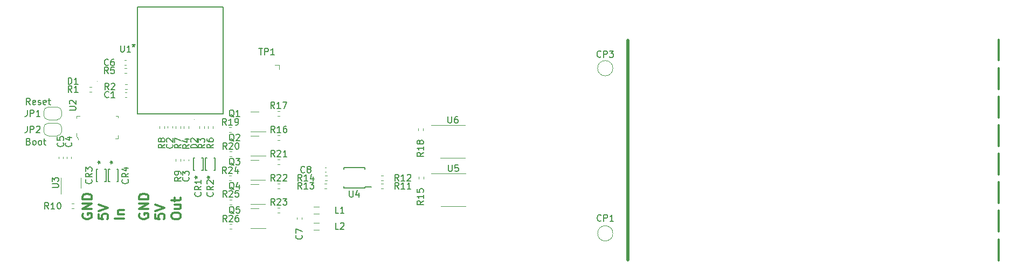
<source format=gbr>
%TF.GenerationSoftware,KiCad,Pcbnew,7.0.6*%
%TF.CreationDate,2023-10-18T20:18:50+02:00*%
%TF.ProjectId,Hydrofoil,48796472-6f66-46f6-996c-2e6b69636164,rev?*%
%TF.SameCoordinates,Original*%
%TF.FileFunction,Legend,Top*%
%TF.FilePolarity,Positive*%
%FSLAX46Y46*%
G04 Gerber Fmt 4.6, Leading zero omitted, Abs format (unit mm)*
G04 Created by KiCad (PCBNEW 7.0.6) date 2023-10-18 20:18:50*
%MOMM*%
%LPD*%
G01*
G04 APERTURE LIST*
%ADD10C,0.300000*%
%ADD11C,0.500000*%
%ADD12C,0.150000*%
%ADD13C,0.100000*%
%ADD14C,0.120000*%
%ADD15C,0.152400*%
G04 APERTURE END LIST*
D10*
X192423942Y-106528950D02*
X192424775Y-103228950D01*
X192425078Y-102028950D02*
X192425912Y-98728950D01*
X192426215Y-97528950D02*
X192427048Y-94228950D01*
X192427351Y-93028950D02*
X192428185Y-89728951D01*
X192428488Y-88528951D02*
X192429321Y-85228951D01*
X192429624Y-84028951D02*
X192430458Y-80728951D01*
X192430761Y-79528951D02*
X192431594Y-76228951D01*
X192431897Y-75028951D02*
X192432715Y-71790516D01*
D11*
X134149407Y-71830892D02*
X134148989Y-106497336D01*
D10*
X62435828Y-99688901D02*
X62435828Y-99403187D01*
X62435828Y-99403187D02*
X62507257Y-99260330D01*
X62507257Y-99260330D02*
X62650114Y-99117473D01*
X62650114Y-99117473D02*
X62935828Y-99046044D01*
X62935828Y-99046044D02*
X63435828Y-99046044D01*
X63435828Y-99046044D02*
X63721542Y-99117473D01*
X63721542Y-99117473D02*
X63864400Y-99260330D01*
X63864400Y-99260330D02*
X63935828Y-99403187D01*
X63935828Y-99403187D02*
X63935828Y-99688901D01*
X63935828Y-99688901D02*
X63864400Y-99831759D01*
X63864400Y-99831759D02*
X63721542Y-99974616D01*
X63721542Y-99974616D02*
X63435828Y-100046044D01*
X63435828Y-100046044D02*
X62935828Y-100046044D01*
X62935828Y-100046044D02*
X62650114Y-99974616D01*
X62650114Y-99974616D02*
X62507257Y-99831759D01*
X62507257Y-99831759D02*
X62435828Y-99688901D01*
X62935828Y-97760330D02*
X63935828Y-97760330D01*
X62935828Y-98403187D02*
X63721542Y-98403187D01*
X63721542Y-98403187D02*
X63864400Y-98331758D01*
X63864400Y-98331758D02*
X63935828Y-98188901D01*
X63935828Y-98188901D02*
X63935828Y-97974615D01*
X63935828Y-97974615D02*
X63864400Y-97831758D01*
X63864400Y-97831758D02*
X63792971Y-97760330D01*
X62935828Y-97260329D02*
X62935828Y-96688901D01*
X62435828Y-97046044D02*
X63721542Y-97046044D01*
X63721542Y-97046044D02*
X63864400Y-96974615D01*
X63864400Y-96974615D02*
X63935828Y-96831758D01*
X63935828Y-96831758D02*
X63935828Y-96688901D01*
X55045828Y-99974616D02*
X53545828Y-99974616D01*
X54045828Y-99260330D02*
X55045828Y-99260330D01*
X54188685Y-99260330D02*
X54117257Y-99188901D01*
X54117257Y-99188901D02*
X54045828Y-99046044D01*
X54045828Y-99046044D02*
X54045828Y-98831758D01*
X54045828Y-98831758D02*
X54117257Y-98688901D01*
X54117257Y-98688901D02*
X54260114Y-98617473D01*
X54260114Y-98617473D02*
X55045828Y-98617473D01*
D12*
X40278207Y-81983946D02*
X39944874Y-81507755D01*
X39706779Y-81983946D02*
X39706779Y-80983946D01*
X39706779Y-80983946D02*
X40087731Y-80983946D01*
X40087731Y-80983946D02*
X40182969Y-81031565D01*
X40182969Y-81031565D02*
X40230588Y-81079184D01*
X40230588Y-81079184D02*
X40278207Y-81174422D01*
X40278207Y-81174422D02*
X40278207Y-81317279D01*
X40278207Y-81317279D02*
X40230588Y-81412517D01*
X40230588Y-81412517D02*
X40182969Y-81460136D01*
X40182969Y-81460136D02*
X40087731Y-81507755D01*
X40087731Y-81507755D02*
X39706779Y-81507755D01*
X41087731Y-81936327D02*
X40992493Y-81983946D01*
X40992493Y-81983946D02*
X40802017Y-81983946D01*
X40802017Y-81983946D02*
X40706779Y-81936327D01*
X40706779Y-81936327D02*
X40659160Y-81841088D01*
X40659160Y-81841088D02*
X40659160Y-81460136D01*
X40659160Y-81460136D02*
X40706779Y-81364898D01*
X40706779Y-81364898D02*
X40802017Y-81317279D01*
X40802017Y-81317279D02*
X40992493Y-81317279D01*
X40992493Y-81317279D02*
X41087731Y-81364898D01*
X41087731Y-81364898D02*
X41135350Y-81460136D01*
X41135350Y-81460136D02*
X41135350Y-81555374D01*
X41135350Y-81555374D02*
X40659160Y-81650612D01*
X41516303Y-81936327D02*
X41611541Y-81983946D01*
X41611541Y-81983946D02*
X41802017Y-81983946D01*
X41802017Y-81983946D02*
X41897255Y-81936327D01*
X41897255Y-81936327D02*
X41944874Y-81841088D01*
X41944874Y-81841088D02*
X41944874Y-81793469D01*
X41944874Y-81793469D02*
X41897255Y-81698231D01*
X41897255Y-81698231D02*
X41802017Y-81650612D01*
X41802017Y-81650612D02*
X41659160Y-81650612D01*
X41659160Y-81650612D02*
X41563922Y-81602993D01*
X41563922Y-81602993D02*
X41516303Y-81507755D01*
X41516303Y-81507755D02*
X41516303Y-81460136D01*
X41516303Y-81460136D02*
X41563922Y-81364898D01*
X41563922Y-81364898D02*
X41659160Y-81317279D01*
X41659160Y-81317279D02*
X41802017Y-81317279D01*
X41802017Y-81317279D02*
X41897255Y-81364898D01*
X42754398Y-81936327D02*
X42659160Y-81983946D01*
X42659160Y-81983946D02*
X42468684Y-81983946D01*
X42468684Y-81983946D02*
X42373446Y-81936327D01*
X42373446Y-81936327D02*
X42325827Y-81841088D01*
X42325827Y-81841088D02*
X42325827Y-81460136D01*
X42325827Y-81460136D02*
X42373446Y-81364898D01*
X42373446Y-81364898D02*
X42468684Y-81317279D01*
X42468684Y-81317279D02*
X42659160Y-81317279D01*
X42659160Y-81317279D02*
X42754398Y-81364898D01*
X42754398Y-81364898D02*
X42802017Y-81460136D01*
X42802017Y-81460136D02*
X42802017Y-81555374D01*
X42802017Y-81555374D02*
X42325827Y-81650612D01*
X43087732Y-81317279D02*
X43468684Y-81317279D01*
X43230589Y-80983946D02*
X43230589Y-81841088D01*
X43230589Y-81841088D02*
X43278208Y-81936327D01*
X43278208Y-81936327D02*
X43373446Y-81983946D01*
X43373446Y-81983946D02*
X43468684Y-81983946D01*
D10*
X51005828Y-99260330D02*
X51005828Y-99974616D01*
X51005828Y-99974616D02*
X51720114Y-100046044D01*
X51720114Y-100046044D02*
X51648685Y-99974616D01*
X51648685Y-99974616D02*
X51577257Y-99831759D01*
X51577257Y-99831759D02*
X51577257Y-99474616D01*
X51577257Y-99474616D02*
X51648685Y-99331759D01*
X51648685Y-99331759D02*
X51720114Y-99260330D01*
X51720114Y-99260330D02*
X51862971Y-99188901D01*
X51862971Y-99188901D02*
X52220114Y-99188901D01*
X52220114Y-99188901D02*
X52362971Y-99260330D01*
X52362971Y-99260330D02*
X52434400Y-99331759D01*
X52434400Y-99331759D02*
X52505828Y-99474616D01*
X52505828Y-99474616D02*
X52505828Y-99831759D01*
X52505828Y-99831759D02*
X52434400Y-99974616D01*
X52434400Y-99974616D02*
X52362971Y-100046044D01*
X51005828Y-98760330D02*
X52505828Y-98260330D01*
X52505828Y-98260330D02*
X51005828Y-97760330D01*
X59895828Y-99260330D02*
X59895828Y-99974616D01*
X59895828Y-99974616D02*
X60610114Y-100046044D01*
X60610114Y-100046044D02*
X60538685Y-99974616D01*
X60538685Y-99974616D02*
X60467257Y-99831759D01*
X60467257Y-99831759D02*
X60467257Y-99474616D01*
X60467257Y-99474616D02*
X60538685Y-99331759D01*
X60538685Y-99331759D02*
X60610114Y-99260330D01*
X60610114Y-99260330D02*
X60752971Y-99188901D01*
X60752971Y-99188901D02*
X61110114Y-99188901D01*
X61110114Y-99188901D02*
X61252971Y-99260330D01*
X61252971Y-99260330D02*
X61324400Y-99331759D01*
X61324400Y-99331759D02*
X61395828Y-99474616D01*
X61395828Y-99474616D02*
X61395828Y-99831759D01*
X61395828Y-99831759D02*
X61324400Y-99974616D01*
X61324400Y-99974616D02*
X61252971Y-100046044D01*
X59895828Y-98760330D02*
X61395828Y-98260330D01*
X61395828Y-98260330D02*
X59895828Y-97760330D01*
X48537257Y-99188901D02*
X48465828Y-99331759D01*
X48465828Y-99331759D02*
X48465828Y-99546044D01*
X48465828Y-99546044D02*
X48537257Y-99760330D01*
X48537257Y-99760330D02*
X48680114Y-99903187D01*
X48680114Y-99903187D02*
X48822971Y-99974616D01*
X48822971Y-99974616D02*
X49108685Y-100046044D01*
X49108685Y-100046044D02*
X49322971Y-100046044D01*
X49322971Y-100046044D02*
X49608685Y-99974616D01*
X49608685Y-99974616D02*
X49751542Y-99903187D01*
X49751542Y-99903187D02*
X49894400Y-99760330D01*
X49894400Y-99760330D02*
X49965828Y-99546044D01*
X49965828Y-99546044D02*
X49965828Y-99403187D01*
X49965828Y-99403187D02*
X49894400Y-99188901D01*
X49894400Y-99188901D02*
X49822971Y-99117473D01*
X49822971Y-99117473D02*
X49322971Y-99117473D01*
X49322971Y-99117473D02*
X49322971Y-99403187D01*
X49965828Y-98474616D02*
X48465828Y-98474616D01*
X48465828Y-98474616D02*
X49965828Y-97617473D01*
X49965828Y-97617473D02*
X48465828Y-97617473D01*
X49965828Y-96903187D02*
X48465828Y-96903187D01*
X48465828Y-96903187D02*
X48465828Y-96546044D01*
X48465828Y-96546044D02*
X48537257Y-96331758D01*
X48537257Y-96331758D02*
X48680114Y-96188901D01*
X48680114Y-96188901D02*
X48822971Y-96117472D01*
X48822971Y-96117472D02*
X49108685Y-96046044D01*
X49108685Y-96046044D02*
X49322971Y-96046044D01*
X49322971Y-96046044D02*
X49608685Y-96117472D01*
X49608685Y-96117472D02*
X49751542Y-96188901D01*
X49751542Y-96188901D02*
X49894400Y-96331758D01*
X49894400Y-96331758D02*
X49965828Y-96546044D01*
X49965828Y-96546044D02*
X49965828Y-96903187D01*
D12*
X40040112Y-87810136D02*
X40182969Y-87857755D01*
X40182969Y-87857755D02*
X40230588Y-87905374D01*
X40230588Y-87905374D02*
X40278207Y-88000612D01*
X40278207Y-88000612D02*
X40278207Y-88143469D01*
X40278207Y-88143469D02*
X40230588Y-88238707D01*
X40230588Y-88238707D02*
X40182969Y-88286327D01*
X40182969Y-88286327D02*
X40087731Y-88333946D01*
X40087731Y-88333946D02*
X39706779Y-88333946D01*
X39706779Y-88333946D02*
X39706779Y-87333946D01*
X39706779Y-87333946D02*
X40040112Y-87333946D01*
X40040112Y-87333946D02*
X40135350Y-87381565D01*
X40135350Y-87381565D02*
X40182969Y-87429184D01*
X40182969Y-87429184D02*
X40230588Y-87524422D01*
X40230588Y-87524422D02*
X40230588Y-87619660D01*
X40230588Y-87619660D02*
X40182969Y-87714898D01*
X40182969Y-87714898D02*
X40135350Y-87762517D01*
X40135350Y-87762517D02*
X40040112Y-87810136D01*
X40040112Y-87810136D02*
X39706779Y-87810136D01*
X40849636Y-88333946D02*
X40754398Y-88286327D01*
X40754398Y-88286327D02*
X40706779Y-88238707D01*
X40706779Y-88238707D02*
X40659160Y-88143469D01*
X40659160Y-88143469D02*
X40659160Y-87857755D01*
X40659160Y-87857755D02*
X40706779Y-87762517D01*
X40706779Y-87762517D02*
X40754398Y-87714898D01*
X40754398Y-87714898D02*
X40849636Y-87667279D01*
X40849636Y-87667279D02*
X40992493Y-87667279D01*
X40992493Y-87667279D02*
X41087731Y-87714898D01*
X41087731Y-87714898D02*
X41135350Y-87762517D01*
X41135350Y-87762517D02*
X41182969Y-87857755D01*
X41182969Y-87857755D02*
X41182969Y-88143469D01*
X41182969Y-88143469D02*
X41135350Y-88238707D01*
X41135350Y-88238707D02*
X41087731Y-88286327D01*
X41087731Y-88286327D02*
X40992493Y-88333946D01*
X40992493Y-88333946D02*
X40849636Y-88333946D01*
X41754398Y-88333946D02*
X41659160Y-88286327D01*
X41659160Y-88286327D02*
X41611541Y-88238707D01*
X41611541Y-88238707D02*
X41563922Y-88143469D01*
X41563922Y-88143469D02*
X41563922Y-87857755D01*
X41563922Y-87857755D02*
X41611541Y-87762517D01*
X41611541Y-87762517D02*
X41659160Y-87714898D01*
X41659160Y-87714898D02*
X41754398Y-87667279D01*
X41754398Y-87667279D02*
X41897255Y-87667279D01*
X41897255Y-87667279D02*
X41992493Y-87714898D01*
X41992493Y-87714898D02*
X42040112Y-87762517D01*
X42040112Y-87762517D02*
X42087731Y-87857755D01*
X42087731Y-87857755D02*
X42087731Y-88143469D01*
X42087731Y-88143469D02*
X42040112Y-88238707D01*
X42040112Y-88238707D02*
X41992493Y-88286327D01*
X41992493Y-88286327D02*
X41897255Y-88333946D01*
X41897255Y-88333946D02*
X41754398Y-88333946D01*
X42373446Y-87667279D02*
X42754398Y-87667279D01*
X42516303Y-87333946D02*
X42516303Y-88191088D01*
X42516303Y-88191088D02*
X42563922Y-88286327D01*
X42563922Y-88286327D02*
X42659160Y-88333946D01*
X42659160Y-88333946D02*
X42754398Y-88333946D01*
D10*
X57427257Y-99188901D02*
X57355828Y-99331759D01*
X57355828Y-99331759D02*
X57355828Y-99546044D01*
X57355828Y-99546044D02*
X57427257Y-99760330D01*
X57427257Y-99760330D02*
X57570114Y-99903187D01*
X57570114Y-99903187D02*
X57712971Y-99974616D01*
X57712971Y-99974616D02*
X57998685Y-100046044D01*
X57998685Y-100046044D02*
X58212971Y-100046044D01*
X58212971Y-100046044D02*
X58498685Y-99974616D01*
X58498685Y-99974616D02*
X58641542Y-99903187D01*
X58641542Y-99903187D02*
X58784400Y-99760330D01*
X58784400Y-99760330D02*
X58855828Y-99546044D01*
X58855828Y-99546044D02*
X58855828Y-99403187D01*
X58855828Y-99403187D02*
X58784400Y-99188901D01*
X58784400Y-99188901D02*
X58712971Y-99117473D01*
X58712971Y-99117473D02*
X58212971Y-99117473D01*
X58212971Y-99117473D02*
X58212971Y-99403187D01*
X58855828Y-98474616D02*
X57355828Y-98474616D01*
X57355828Y-98474616D02*
X58855828Y-97617473D01*
X58855828Y-97617473D02*
X57355828Y-97617473D01*
X58855828Y-96903187D02*
X57355828Y-96903187D01*
X57355828Y-96903187D02*
X57355828Y-96546044D01*
X57355828Y-96546044D02*
X57427257Y-96331758D01*
X57427257Y-96331758D02*
X57570114Y-96188901D01*
X57570114Y-96188901D02*
X57712971Y-96117472D01*
X57712971Y-96117472D02*
X57998685Y-96046044D01*
X57998685Y-96046044D02*
X58212971Y-96046044D01*
X58212971Y-96046044D02*
X58498685Y-96117472D01*
X58498685Y-96117472D02*
X58641542Y-96188901D01*
X58641542Y-96188901D02*
X58784400Y-96331758D01*
X58784400Y-96331758D02*
X58855828Y-96546044D01*
X58855828Y-96546044D02*
X58855828Y-96903187D01*
D12*
X66494819Y-88817221D02*
X65494819Y-88817221D01*
X65494819Y-88817221D02*
X65494819Y-88579126D01*
X65494819Y-88579126D02*
X65542438Y-88436269D01*
X65542438Y-88436269D02*
X65637676Y-88341031D01*
X65637676Y-88341031D02*
X65732914Y-88293412D01*
X65732914Y-88293412D02*
X65923390Y-88245793D01*
X65923390Y-88245793D02*
X66066247Y-88245793D01*
X66066247Y-88245793D02*
X66256723Y-88293412D01*
X66256723Y-88293412D02*
X66351961Y-88341031D01*
X66351961Y-88341031D02*
X66447200Y-88436269D01*
X66447200Y-88436269D02*
X66494819Y-88579126D01*
X66494819Y-88579126D02*
X66494819Y-88817221D01*
X65590057Y-87864840D02*
X65542438Y-87817221D01*
X65542438Y-87817221D02*
X65494819Y-87721983D01*
X65494819Y-87721983D02*
X65494819Y-87483888D01*
X65494819Y-87483888D02*
X65542438Y-87388650D01*
X65542438Y-87388650D02*
X65590057Y-87341031D01*
X65590057Y-87341031D02*
X65685295Y-87293412D01*
X65685295Y-87293412D02*
X65780533Y-87293412D01*
X65780533Y-87293412D02*
X65923390Y-87341031D01*
X65923390Y-87341031D02*
X66494819Y-87912459D01*
X66494819Y-87912459D02*
X66494819Y-87293412D01*
X45444580Y-87995793D02*
X45492200Y-88043412D01*
X45492200Y-88043412D02*
X45539819Y-88186269D01*
X45539819Y-88186269D02*
X45539819Y-88281507D01*
X45539819Y-88281507D02*
X45492200Y-88424364D01*
X45492200Y-88424364D02*
X45396961Y-88519602D01*
X45396961Y-88519602D02*
X45301723Y-88567221D01*
X45301723Y-88567221D02*
X45111247Y-88614840D01*
X45111247Y-88614840D02*
X44968390Y-88614840D01*
X44968390Y-88614840D02*
X44777914Y-88567221D01*
X44777914Y-88567221D02*
X44682676Y-88519602D01*
X44682676Y-88519602D02*
X44587438Y-88424364D01*
X44587438Y-88424364D02*
X44539819Y-88281507D01*
X44539819Y-88281507D02*
X44539819Y-88186269D01*
X44539819Y-88186269D02*
X44587438Y-88043412D01*
X44587438Y-88043412D02*
X44635057Y-87995793D01*
X44539819Y-87091031D02*
X44539819Y-87567221D01*
X44539819Y-87567221D02*
X45016009Y-87614840D01*
X45016009Y-87614840D02*
X44968390Y-87567221D01*
X44968390Y-87567221D02*
X44920771Y-87471983D01*
X44920771Y-87471983D02*
X44920771Y-87233888D01*
X44920771Y-87233888D02*
X44968390Y-87138650D01*
X44968390Y-87138650D02*
X45016009Y-87091031D01*
X45016009Y-87091031D02*
X45111247Y-87043412D01*
X45111247Y-87043412D02*
X45349342Y-87043412D01*
X45349342Y-87043412D02*
X45444580Y-87091031D01*
X45444580Y-87091031D02*
X45492200Y-87138650D01*
X45492200Y-87138650D02*
X45539819Y-87233888D01*
X45539819Y-87233888D02*
X45539819Y-87471983D01*
X45539819Y-87471983D02*
X45492200Y-87567221D01*
X45492200Y-87567221D02*
X45444580Y-87614840D01*
X49889580Y-93825793D02*
X49937200Y-93873412D01*
X49937200Y-93873412D02*
X49984819Y-94016269D01*
X49984819Y-94016269D02*
X49984819Y-94111507D01*
X49984819Y-94111507D02*
X49937200Y-94254364D01*
X49937200Y-94254364D02*
X49841961Y-94349602D01*
X49841961Y-94349602D02*
X49746723Y-94397221D01*
X49746723Y-94397221D02*
X49556247Y-94444840D01*
X49556247Y-94444840D02*
X49413390Y-94444840D01*
X49413390Y-94444840D02*
X49222914Y-94397221D01*
X49222914Y-94397221D02*
X49127676Y-94349602D01*
X49127676Y-94349602D02*
X49032438Y-94254364D01*
X49032438Y-94254364D02*
X48984819Y-94111507D01*
X48984819Y-94111507D02*
X48984819Y-94016269D01*
X48984819Y-94016269D02*
X49032438Y-93873412D01*
X49032438Y-93873412D02*
X49080057Y-93825793D01*
X49984819Y-92825793D02*
X49508628Y-93159126D01*
X49984819Y-93397221D02*
X48984819Y-93397221D01*
X48984819Y-93397221D02*
X48984819Y-93016269D01*
X48984819Y-93016269D02*
X49032438Y-92921031D01*
X49032438Y-92921031D02*
X49080057Y-92873412D01*
X49080057Y-92873412D02*
X49175295Y-92825793D01*
X49175295Y-92825793D02*
X49318152Y-92825793D01*
X49318152Y-92825793D02*
X49413390Y-92873412D01*
X49413390Y-92873412D02*
X49461009Y-92921031D01*
X49461009Y-92921031D02*
X49508628Y-93016269D01*
X49508628Y-93016269D02*
X49508628Y-93397221D01*
X48984819Y-92492459D02*
X48984819Y-91873412D01*
X48984819Y-91873412D02*
X49365771Y-92206745D01*
X49365771Y-92206745D02*
X49365771Y-92063888D01*
X49365771Y-92063888D02*
X49413390Y-91968650D01*
X49413390Y-91968650D02*
X49461009Y-91921031D01*
X49461009Y-91921031D02*
X49556247Y-91873412D01*
X49556247Y-91873412D02*
X49794342Y-91873412D01*
X49794342Y-91873412D02*
X49889580Y-91921031D01*
X49889580Y-91921031D02*
X49937200Y-91968650D01*
X49937200Y-91968650D02*
X49984819Y-92063888D01*
X49984819Y-92063888D02*
X49984819Y-92349602D01*
X49984819Y-92349602D02*
X49937200Y-92444840D01*
X49937200Y-92444840D02*
X49889580Y-92492459D01*
X50889819Y-91072526D02*
X51127914Y-91072526D01*
X51032676Y-91310621D02*
X51127914Y-91072526D01*
X51127914Y-91072526D02*
X51032676Y-90834431D01*
X51318390Y-91215383D02*
X51127914Y-91072526D01*
X51127914Y-91072526D02*
X51318390Y-90929669D01*
X78694642Y-97808946D02*
X78361309Y-97332755D01*
X78123214Y-97808946D02*
X78123214Y-96808946D01*
X78123214Y-96808946D02*
X78504166Y-96808946D01*
X78504166Y-96808946D02*
X78599404Y-96856565D01*
X78599404Y-96856565D02*
X78647023Y-96904184D01*
X78647023Y-96904184D02*
X78694642Y-96999422D01*
X78694642Y-96999422D02*
X78694642Y-97142279D01*
X78694642Y-97142279D02*
X78647023Y-97237517D01*
X78647023Y-97237517D02*
X78599404Y-97285136D01*
X78599404Y-97285136D02*
X78504166Y-97332755D01*
X78504166Y-97332755D02*
X78123214Y-97332755D01*
X79075595Y-96904184D02*
X79123214Y-96856565D01*
X79123214Y-96856565D02*
X79218452Y-96808946D01*
X79218452Y-96808946D02*
X79456547Y-96808946D01*
X79456547Y-96808946D02*
X79551785Y-96856565D01*
X79551785Y-96856565D02*
X79599404Y-96904184D01*
X79599404Y-96904184D02*
X79647023Y-96999422D01*
X79647023Y-96999422D02*
X79647023Y-97094660D01*
X79647023Y-97094660D02*
X79599404Y-97237517D01*
X79599404Y-97237517D02*
X79027976Y-97808946D01*
X79027976Y-97808946D02*
X79647023Y-97808946D01*
X79980357Y-96808946D02*
X80599404Y-96808946D01*
X80599404Y-96808946D02*
X80266071Y-97189898D01*
X80266071Y-97189898D02*
X80408928Y-97189898D01*
X80408928Y-97189898D02*
X80504166Y-97237517D01*
X80504166Y-97237517D02*
X80551785Y-97285136D01*
X80551785Y-97285136D02*
X80599404Y-97380374D01*
X80599404Y-97380374D02*
X80599404Y-97618469D01*
X80599404Y-97618469D02*
X80551785Y-97713707D01*
X80551785Y-97713707D02*
X80504166Y-97761327D01*
X80504166Y-97761327D02*
X80408928Y-97808946D01*
X80408928Y-97808946D02*
X80123214Y-97808946D01*
X80123214Y-97808946D02*
X80027976Y-97761327D01*
X80027976Y-97761327D02*
X79980357Y-97713707D01*
X105918095Y-83883946D02*
X105918095Y-84693469D01*
X105918095Y-84693469D02*
X105965714Y-84788707D01*
X105965714Y-84788707D02*
X106013333Y-84836327D01*
X106013333Y-84836327D02*
X106108571Y-84883946D01*
X106108571Y-84883946D02*
X106299047Y-84883946D01*
X106299047Y-84883946D02*
X106394285Y-84836327D01*
X106394285Y-84836327D02*
X106441904Y-84788707D01*
X106441904Y-84788707D02*
X106489523Y-84693469D01*
X106489523Y-84693469D02*
X106489523Y-83883946D01*
X107394285Y-83883946D02*
X107203809Y-83883946D01*
X107203809Y-83883946D02*
X107108571Y-83931565D01*
X107108571Y-83931565D02*
X107060952Y-83979184D01*
X107060952Y-83979184D02*
X106965714Y-84122041D01*
X106965714Y-84122041D02*
X106918095Y-84312517D01*
X106918095Y-84312517D02*
X106918095Y-84693469D01*
X106918095Y-84693469D02*
X106965714Y-84788707D01*
X106965714Y-84788707D02*
X107013333Y-84836327D01*
X107013333Y-84836327D02*
X107108571Y-84883946D01*
X107108571Y-84883946D02*
X107299047Y-84883946D01*
X107299047Y-84883946D02*
X107394285Y-84836327D01*
X107394285Y-84836327D02*
X107441904Y-84788707D01*
X107441904Y-84788707D02*
X107489523Y-84693469D01*
X107489523Y-84693469D02*
X107489523Y-84455374D01*
X107489523Y-84455374D02*
X107441904Y-84360136D01*
X107441904Y-84360136D02*
X107394285Y-84312517D01*
X107394285Y-84312517D02*
X107299047Y-84264898D01*
X107299047Y-84264898D02*
X107108571Y-84264898D01*
X107108571Y-84264898D02*
X107013333Y-84312517D01*
X107013333Y-84312517D02*
X106965714Y-84360136D01*
X106965714Y-84360136D02*
X106918095Y-84455374D01*
X72294761Y-95364184D02*
X72199523Y-95316565D01*
X72199523Y-95316565D02*
X72104285Y-95221327D01*
X72104285Y-95221327D02*
X71961428Y-95078469D01*
X71961428Y-95078469D02*
X71866190Y-95030850D01*
X71866190Y-95030850D02*
X71770952Y-95030850D01*
X71818571Y-95268946D02*
X71723333Y-95221327D01*
X71723333Y-95221327D02*
X71628095Y-95126088D01*
X71628095Y-95126088D02*
X71580476Y-94935612D01*
X71580476Y-94935612D02*
X71580476Y-94602279D01*
X71580476Y-94602279D02*
X71628095Y-94411803D01*
X71628095Y-94411803D02*
X71723333Y-94316565D01*
X71723333Y-94316565D02*
X71818571Y-94268946D01*
X71818571Y-94268946D02*
X72009047Y-94268946D01*
X72009047Y-94268946D02*
X72104285Y-94316565D01*
X72104285Y-94316565D02*
X72199523Y-94411803D01*
X72199523Y-94411803D02*
X72247142Y-94602279D01*
X72247142Y-94602279D02*
X72247142Y-94935612D01*
X72247142Y-94935612D02*
X72199523Y-95126088D01*
X72199523Y-95126088D02*
X72104285Y-95221327D01*
X72104285Y-95221327D02*
X72009047Y-95268946D01*
X72009047Y-95268946D02*
X71818571Y-95268946D01*
X73104285Y-94602279D02*
X73104285Y-95268946D01*
X72866190Y-94221327D02*
X72628095Y-94935612D01*
X72628095Y-94935612D02*
X73247142Y-94935612D01*
X63954819Y-88245793D02*
X63478628Y-88579126D01*
X63954819Y-88817221D02*
X62954819Y-88817221D01*
X62954819Y-88817221D02*
X62954819Y-88436269D01*
X62954819Y-88436269D02*
X63002438Y-88341031D01*
X63002438Y-88341031D02*
X63050057Y-88293412D01*
X63050057Y-88293412D02*
X63145295Y-88245793D01*
X63145295Y-88245793D02*
X63288152Y-88245793D01*
X63288152Y-88245793D02*
X63383390Y-88293412D01*
X63383390Y-88293412D02*
X63431009Y-88341031D01*
X63431009Y-88341031D02*
X63478628Y-88436269D01*
X63478628Y-88436269D02*
X63478628Y-88817221D01*
X62954819Y-87912459D02*
X62954819Y-87245793D01*
X62954819Y-87245793D02*
X63954819Y-87674364D01*
X62589580Y-88245793D02*
X62637200Y-88293412D01*
X62637200Y-88293412D02*
X62684819Y-88436269D01*
X62684819Y-88436269D02*
X62684819Y-88531507D01*
X62684819Y-88531507D02*
X62637200Y-88674364D01*
X62637200Y-88674364D02*
X62541961Y-88769602D01*
X62541961Y-88769602D02*
X62446723Y-88817221D01*
X62446723Y-88817221D02*
X62256247Y-88864840D01*
X62256247Y-88864840D02*
X62113390Y-88864840D01*
X62113390Y-88864840D02*
X61922914Y-88817221D01*
X61922914Y-88817221D02*
X61827676Y-88769602D01*
X61827676Y-88769602D02*
X61732438Y-88674364D01*
X61732438Y-88674364D02*
X61684819Y-88531507D01*
X61684819Y-88531507D02*
X61684819Y-88436269D01*
X61684819Y-88436269D02*
X61732438Y-88293412D01*
X61732438Y-88293412D02*
X61780057Y-88245793D01*
X61780057Y-87864840D02*
X61732438Y-87817221D01*
X61732438Y-87817221D02*
X61684819Y-87721983D01*
X61684819Y-87721983D02*
X61684819Y-87483888D01*
X61684819Y-87483888D02*
X61732438Y-87388650D01*
X61732438Y-87388650D02*
X61780057Y-87341031D01*
X61780057Y-87341031D02*
X61875295Y-87293412D01*
X61875295Y-87293412D02*
X61970533Y-87293412D01*
X61970533Y-87293412D02*
X62113390Y-87341031D01*
X62113390Y-87341031D02*
X62684819Y-87912459D01*
X62684819Y-87912459D02*
X62684819Y-87293412D01*
X54483095Y-72678946D02*
X54483095Y-73488469D01*
X54483095Y-73488469D02*
X54530714Y-73583707D01*
X54530714Y-73583707D02*
X54578333Y-73631327D01*
X54578333Y-73631327D02*
X54673571Y-73678946D01*
X54673571Y-73678946D02*
X54864047Y-73678946D01*
X54864047Y-73678946D02*
X54959285Y-73631327D01*
X54959285Y-73631327D02*
X55006904Y-73583707D01*
X55006904Y-73583707D02*
X55054523Y-73488469D01*
X55054523Y-73488469D02*
X55054523Y-72678946D01*
X56054523Y-73678946D02*
X55483095Y-73678946D01*
X55768809Y-73678946D02*
X55768809Y-72678946D01*
X55768809Y-72678946D02*
X55673571Y-72821803D01*
X55673571Y-72821803D02*
X55578333Y-72917041D01*
X55578333Y-72917041D02*
X55483095Y-72964660D01*
X56515000Y-72412946D02*
X56515000Y-72651041D01*
X56276905Y-72555803D02*
X56515000Y-72651041D01*
X56515000Y-72651041D02*
X56753095Y-72555803D01*
X56372143Y-72841517D02*
X56515000Y-72651041D01*
X56515000Y-72651041D02*
X56657857Y-72841517D01*
X72294761Y-87744184D02*
X72199523Y-87696565D01*
X72199523Y-87696565D02*
X72104285Y-87601327D01*
X72104285Y-87601327D02*
X71961428Y-87458469D01*
X71961428Y-87458469D02*
X71866190Y-87410850D01*
X71866190Y-87410850D02*
X71770952Y-87410850D01*
X71818571Y-87648946D02*
X71723333Y-87601327D01*
X71723333Y-87601327D02*
X71628095Y-87506088D01*
X71628095Y-87506088D02*
X71580476Y-87315612D01*
X71580476Y-87315612D02*
X71580476Y-86982279D01*
X71580476Y-86982279D02*
X71628095Y-86791803D01*
X71628095Y-86791803D02*
X71723333Y-86696565D01*
X71723333Y-86696565D02*
X71818571Y-86648946D01*
X71818571Y-86648946D02*
X72009047Y-86648946D01*
X72009047Y-86648946D02*
X72104285Y-86696565D01*
X72104285Y-86696565D02*
X72199523Y-86791803D01*
X72199523Y-86791803D02*
X72247142Y-86982279D01*
X72247142Y-86982279D02*
X72247142Y-87315612D01*
X72247142Y-87315612D02*
X72199523Y-87506088D01*
X72199523Y-87506088D02*
X72104285Y-87601327D01*
X72104285Y-87601327D02*
X72009047Y-87648946D01*
X72009047Y-87648946D02*
X71818571Y-87648946D01*
X72628095Y-86744184D02*
X72675714Y-86696565D01*
X72675714Y-86696565D02*
X72770952Y-86648946D01*
X72770952Y-86648946D02*
X73009047Y-86648946D01*
X73009047Y-86648946D02*
X73104285Y-86696565D01*
X73104285Y-86696565D02*
X73151904Y-86744184D01*
X73151904Y-86744184D02*
X73199523Y-86839422D01*
X73199523Y-86839422D02*
X73199523Y-86934660D01*
X73199523Y-86934660D02*
X73151904Y-87077517D01*
X73151904Y-87077517D02*
X72580476Y-87648946D01*
X72580476Y-87648946D02*
X73199523Y-87648946D01*
X78694642Y-86378946D02*
X78361309Y-85902755D01*
X78123214Y-86378946D02*
X78123214Y-85378946D01*
X78123214Y-85378946D02*
X78504166Y-85378946D01*
X78504166Y-85378946D02*
X78599404Y-85426565D01*
X78599404Y-85426565D02*
X78647023Y-85474184D01*
X78647023Y-85474184D02*
X78694642Y-85569422D01*
X78694642Y-85569422D02*
X78694642Y-85712279D01*
X78694642Y-85712279D02*
X78647023Y-85807517D01*
X78647023Y-85807517D02*
X78599404Y-85855136D01*
X78599404Y-85855136D02*
X78504166Y-85902755D01*
X78504166Y-85902755D02*
X78123214Y-85902755D01*
X79647023Y-86378946D02*
X79075595Y-86378946D01*
X79361309Y-86378946D02*
X79361309Y-85378946D01*
X79361309Y-85378946D02*
X79266071Y-85521803D01*
X79266071Y-85521803D02*
X79170833Y-85617041D01*
X79170833Y-85617041D02*
X79075595Y-85664660D01*
X80504166Y-85378946D02*
X80313690Y-85378946D01*
X80313690Y-85378946D02*
X80218452Y-85426565D01*
X80218452Y-85426565D02*
X80170833Y-85474184D01*
X80170833Y-85474184D02*
X80075595Y-85617041D01*
X80075595Y-85617041D02*
X80027976Y-85807517D01*
X80027976Y-85807517D02*
X80027976Y-86188469D01*
X80027976Y-86188469D02*
X80075595Y-86283707D01*
X80075595Y-86283707D02*
X80123214Y-86331327D01*
X80123214Y-86331327D02*
X80218452Y-86378946D01*
X80218452Y-86378946D02*
X80408928Y-86378946D01*
X80408928Y-86378946D02*
X80504166Y-86331327D01*
X80504166Y-86331327D02*
X80551785Y-86283707D01*
X80551785Y-86283707D02*
X80599404Y-86188469D01*
X80599404Y-86188469D02*
X80599404Y-85950374D01*
X80599404Y-85950374D02*
X80551785Y-85855136D01*
X80551785Y-85855136D02*
X80504166Y-85807517D01*
X80504166Y-85807517D02*
X80408928Y-85759898D01*
X80408928Y-85759898D02*
X80218452Y-85759898D01*
X80218452Y-85759898D02*
X80123214Y-85807517D01*
X80123214Y-85807517D02*
X80075595Y-85855136D01*
X80075595Y-85855136D02*
X80027976Y-85950374D01*
X71074642Y-92828946D02*
X70741309Y-92352755D01*
X70503214Y-92828946D02*
X70503214Y-91828946D01*
X70503214Y-91828946D02*
X70884166Y-91828946D01*
X70884166Y-91828946D02*
X70979404Y-91876565D01*
X70979404Y-91876565D02*
X71027023Y-91924184D01*
X71027023Y-91924184D02*
X71074642Y-92019422D01*
X71074642Y-92019422D02*
X71074642Y-92162279D01*
X71074642Y-92162279D02*
X71027023Y-92257517D01*
X71027023Y-92257517D02*
X70979404Y-92305136D01*
X70979404Y-92305136D02*
X70884166Y-92352755D01*
X70884166Y-92352755D02*
X70503214Y-92352755D01*
X71455595Y-91924184D02*
X71503214Y-91876565D01*
X71503214Y-91876565D02*
X71598452Y-91828946D01*
X71598452Y-91828946D02*
X71836547Y-91828946D01*
X71836547Y-91828946D02*
X71931785Y-91876565D01*
X71931785Y-91876565D02*
X71979404Y-91924184D01*
X71979404Y-91924184D02*
X72027023Y-92019422D01*
X72027023Y-92019422D02*
X72027023Y-92114660D01*
X72027023Y-92114660D02*
X71979404Y-92257517D01*
X71979404Y-92257517D02*
X71407976Y-92828946D01*
X71407976Y-92828946D02*
X72027023Y-92828946D01*
X72884166Y-92162279D02*
X72884166Y-92828946D01*
X72646071Y-91781327D02*
X72407976Y-92495612D01*
X72407976Y-92495612D02*
X73027023Y-92495612D01*
X71149642Y-96538946D02*
X70816309Y-96062755D01*
X70578214Y-96538946D02*
X70578214Y-95538946D01*
X70578214Y-95538946D02*
X70959166Y-95538946D01*
X70959166Y-95538946D02*
X71054404Y-95586565D01*
X71054404Y-95586565D02*
X71102023Y-95634184D01*
X71102023Y-95634184D02*
X71149642Y-95729422D01*
X71149642Y-95729422D02*
X71149642Y-95872279D01*
X71149642Y-95872279D02*
X71102023Y-95967517D01*
X71102023Y-95967517D02*
X71054404Y-96015136D01*
X71054404Y-96015136D02*
X70959166Y-96062755D01*
X70959166Y-96062755D02*
X70578214Y-96062755D01*
X71530595Y-95634184D02*
X71578214Y-95586565D01*
X71578214Y-95586565D02*
X71673452Y-95538946D01*
X71673452Y-95538946D02*
X71911547Y-95538946D01*
X71911547Y-95538946D02*
X72006785Y-95586565D01*
X72006785Y-95586565D02*
X72054404Y-95634184D01*
X72054404Y-95634184D02*
X72102023Y-95729422D01*
X72102023Y-95729422D02*
X72102023Y-95824660D01*
X72102023Y-95824660D02*
X72054404Y-95967517D01*
X72054404Y-95967517D02*
X71482976Y-96538946D01*
X71482976Y-96538946D02*
X72102023Y-96538946D01*
X73006785Y-95538946D02*
X72530595Y-95538946D01*
X72530595Y-95538946D02*
X72482976Y-96015136D01*
X72482976Y-96015136D02*
X72530595Y-95967517D01*
X72530595Y-95967517D02*
X72625833Y-95919898D01*
X72625833Y-95919898D02*
X72863928Y-95919898D01*
X72863928Y-95919898D02*
X72959166Y-95967517D01*
X72959166Y-95967517D02*
X73006785Y-96015136D01*
X73006785Y-96015136D02*
X73054404Y-96110374D01*
X73054404Y-96110374D02*
X73054404Y-96348469D01*
X73054404Y-96348469D02*
X73006785Y-96443707D01*
X73006785Y-96443707D02*
X72959166Y-96491327D01*
X72959166Y-96491327D02*
X72863928Y-96538946D01*
X72863928Y-96538946D02*
X72625833Y-96538946D01*
X72625833Y-96538946D02*
X72530595Y-96491327D01*
X72530595Y-96491327D02*
X72482976Y-96443707D01*
X71149642Y-89018946D02*
X70816309Y-88542755D01*
X70578214Y-89018946D02*
X70578214Y-88018946D01*
X70578214Y-88018946D02*
X70959166Y-88018946D01*
X70959166Y-88018946D02*
X71054404Y-88066565D01*
X71054404Y-88066565D02*
X71102023Y-88114184D01*
X71102023Y-88114184D02*
X71149642Y-88209422D01*
X71149642Y-88209422D02*
X71149642Y-88352279D01*
X71149642Y-88352279D02*
X71102023Y-88447517D01*
X71102023Y-88447517D02*
X71054404Y-88495136D01*
X71054404Y-88495136D02*
X70959166Y-88542755D01*
X70959166Y-88542755D02*
X70578214Y-88542755D01*
X71530595Y-88114184D02*
X71578214Y-88066565D01*
X71578214Y-88066565D02*
X71673452Y-88018946D01*
X71673452Y-88018946D02*
X71911547Y-88018946D01*
X71911547Y-88018946D02*
X72006785Y-88066565D01*
X72006785Y-88066565D02*
X72054404Y-88114184D01*
X72054404Y-88114184D02*
X72102023Y-88209422D01*
X72102023Y-88209422D02*
X72102023Y-88304660D01*
X72102023Y-88304660D02*
X72054404Y-88447517D01*
X72054404Y-88447517D02*
X71482976Y-89018946D01*
X71482976Y-89018946D02*
X72102023Y-89018946D01*
X72721071Y-88018946D02*
X72816309Y-88018946D01*
X72816309Y-88018946D02*
X72911547Y-88066565D01*
X72911547Y-88066565D02*
X72959166Y-88114184D01*
X72959166Y-88114184D02*
X73006785Y-88209422D01*
X73006785Y-88209422D02*
X73054404Y-88399898D01*
X73054404Y-88399898D02*
X73054404Y-88637993D01*
X73054404Y-88637993D02*
X73006785Y-88828469D01*
X73006785Y-88828469D02*
X72959166Y-88923707D01*
X72959166Y-88923707D02*
X72911547Y-88971327D01*
X72911547Y-88971327D02*
X72816309Y-89018946D01*
X72816309Y-89018946D02*
X72721071Y-89018946D01*
X72721071Y-89018946D02*
X72625833Y-88971327D01*
X72625833Y-88971327D02*
X72578214Y-88923707D01*
X72578214Y-88923707D02*
X72530595Y-88828469D01*
X72530595Y-88828469D02*
X72482976Y-88637993D01*
X72482976Y-88637993D02*
X72482976Y-88399898D01*
X72482976Y-88399898D02*
X72530595Y-88209422D01*
X72530595Y-88209422D02*
X72578214Y-88114184D01*
X72578214Y-88114184D02*
X72625833Y-88066565D01*
X72625833Y-88066565D02*
X72721071Y-88018946D01*
X72294761Y-83934184D02*
X72199523Y-83886565D01*
X72199523Y-83886565D02*
X72104285Y-83791327D01*
X72104285Y-83791327D02*
X71961428Y-83648469D01*
X71961428Y-83648469D02*
X71866190Y-83600850D01*
X71866190Y-83600850D02*
X71770952Y-83600850D01*
X71818571Y-83838946D02*
X71723333Y-83791327D01*
X71723333Y-83791327D02*
X71628095Y-83696088D01*
X71628095Y-83696088D02*
X71580476Y-83505612D01*
X71580476Y-83505612D02*
X71580476Y-83172279D01*
X71580476Y-83172279D02*
X71628095Y-82981803D01*
X71628095Y-82981803D02*
X71723333Y-82886565D01*
X71723333Y-82886565D02*
X71818571Y-82838946D01*
X71818571Y-82838946D02*
X72009047Y-82838946D01*
X72009047Y-82838946D02*
X72104285Y-82886565D01*
X72104285Y-82886565D02*
X72199523Y-82981803D01*
X72199523Y-82981803D02*
X72247142Y-83172279D01*
X72247142Y-83172279D02*
X72247142Y-83505612D01*
X72247142Y-83505612D02*
X72199523Y-83696088D01*
X72199523Y-83696088D02*
X72104285Y-83791327D01*
X72104285Y-83791327D02*
X72009047Y-83838946D01*
X72009047Y-83838946D02*
X71818571Y-83838946D01*
X73199523Y-83838946D02*
X72628095Y-83838946D01*
X72913809Y-83838946D02*
X72913809Y-82838946D01*
X72913809Y-82838946D02*
X72818571Y-82981803D01*
X72818571Y-82981803D02*
X72723333Y-83077041D01*
X72723333Y-83077041D02*
X72628095Y-83124660D01*
X65224819Y-88283293D02*
X64748628Y-88616626D01*
X65224819Y-88854721D02*
X64224819Y-88854721D01*
X64224819Y-88854721D02*
X64224819Y-88473769D01*
X64224819Y-88473769D02*
X64272438Y-88378531D01*
X64272438Y-88378531D02*
X64320057Y-88330912D01*
X64320057Y-88330912D02*
X64415295Y-88283293D01*
X64415295Y-88283293D02*
X64558152Y-88283293D01*
X64558152Y-88283293D02*
X64653390Y-88330912D01*
X64653390Y-88330912D02*
X64701009Y-88378531D01*
X64701009Y-88378531D02*
X64748628Y-88473769D01*
X64748628Y-88473769D02*
X64748628Y-88854721D01*
X64558152Y-87426150D02*
X65224819Y-87426150D01*
X64177200Y-87664245D02*
X64891485Y-87902340D01*
X64891485Y-87902340D02*
X64891485Y-87283293D01*
X71074642Y-85208946D02*
X70741309Y-84732755D01*
X70503214Y-85208946D02*
X70503214Y-84208946D01*
X70503214Y-84208946D02*
X70884166Y-84208946D01*
X70884166Y-84208946D02*
X70979404Y-84256565D01*
X70979404Y-84256565D02*
X71027023Y-84304184D01*
X71027023Y-84304184D02*
X71074642Y-84399422D01*
X71074642Y-84399422D02*
X71074642Y-84542279D01*
X71074642Y-84542279D02*
X71027023Y-84637517D01*
X71027023Y-84637517D02*
X70979404Y-84685136D01*
X70979404Y-84685136D02*
X70884166Y-84732755D01*
X70884166Y-84732755D02*
X70503214Y-84732755D01*
X72027023Y-85208946D02*
X71455595Y-85208946D01*
X71741309Y-85208946D02*
X71741309Y-84208946D01*
X71741309Y-84208946D02*
X71646071Y-84351803D01*
X71646071Y-84351803D02*
X71550833Y-84447041D01*
X71550833Y-84447041D02*
X71455595Y-84494660D01*
X72503214Y-85208946D02*
X72693690Y-85208946D01*
X72693690Y-85208946D02*
X72788928Y-85161327D01*
X72788928Y-85161327D02*
X72836547Y-85113707D01*
X72836547Y-85113707D02*
X72931785Y-84970850D01*
X72931785Y-84970850D02*
X72979404Y-84780374D01*
X72979404Y-84780374D02*
X72979404Y-84399422D01*
X72979404Y-84399422D02*
X72931785Y-84304184D01*
X72931785Y-84304184D02*
X72884166Y-84256565D01*
X72884166Y-84256565D02*
X72788928Y-84208946D01*
X72788928Y-84208946D02*
X72598452Y-84208946D01*
X72598452Y-84208946D02*
X72503214Y-84256565D01*
X72503214Y-84256565D02*
X72455595Y-84304184D01*
X72455595Y-84304184D02*
X72407976Y-84399422D01*
X72407976Y-84399422D02*
X72407976Y-84637517D01*
X72407976Y-84637517D02*
X72455595Y-84732755D01*
X72455595Y-84732755D02*
X72503214Y-84780374D01*
X72503214Y-84780374D02*
X72598452Y-84827993D01*
X72598452Y-84827993D02*
X72788928Y-84827993D01*
X72788928Y-84827993D02*
X72884166Y-84780374D01*
X72884166Y-84780374D02*
X72931785Y-84732755D01*
X72931785Y-84732755D02*
X72979404Y-84637517D01*
X76208095Y-73114819D02*
X76779523Y-73114819D01*
X76493809Y-74114819D02*
X76493809Y-73114819D01*
X77112857Y-74114819D02*
X77112857Y-73114819D01*
X77112857Y-73114819D02*
X77493809Y-73114819D01*
X77493809Y-73114819D02*
X77589047Y-73162438D01*
X77589047Y-73162438D02*
X77636666Y-73210057D01*
X77636666Y-73210057D02*
X77684285Y-73305295D01*
X77684285Y-73305295D02*
X77684285Y-73448152D01*
X77684285Y-73448152D02*
X77636666Y-73543390D01*
X77636666Y-73543390D02*
X77589047Y-73591009D01*
X77589047Y-73591009D02*
X77493809Y-73638628D01*
X77493809Y-73638628D02*
X77112857Y-73638628D01*
X78636666Y-74114819D02*
X78065238Y-74114819D01*
X78350952Y-74114819D02*
X78350952Y-73114819D01*
X78350952Y-73114819D02*
X78255714Y-73257676D01*
X78255714Y-73257676D02*
X78160476Y-73352914D01*
X78160476Y-73352914D02*
X78065238Y-73400533D01*
X78694642Y-90188946D02*
X78361309Y-89712755D01*
X78123214Y-90188946D02*
X78123214Y-89188946D01*
X78123214Y-89188946D02*
X78504166Y-89188946D01*
X78504166Y-89188946D02*
X78599404Y-89236565D01*
X78599404Y-89236565D02*
X78647023Y-89284184D01*
X78647023Y-89284184D02*
X78694642Y-89379422D01*
X78694642Y-89379422D02*
X78694642Y-89522279D01*
X78694642Y-89522279D02*
X78647023Y-89617517D01*
X78647023Y-89617517D02*
X78599404Y-89665136D01*
X78599404Y-89665136D02*
X78504166Y-89712755D01*
X78504166Y-89712755D02*
X78123214Y-89712755D01*
X79075595Y-89284184D02*
X79123214Y-89236565D01*
X79123214Y-89236565D02*
X79218452Y-89188946D01*
X79218452Y-89188946D02*
X79456547Y-89188946D01*
X79456547Y-89188946D02*
X79551785Y-89236565D01*
X79551785Y-89236565D02*
X79599404Y-89284184D01*
X79599404Y-89284184D02*
X79647023Y-89379422D01*
X79647023Y-89379422D02*
X79647023Y-89474660D01*
X79647023Y-89474660D02*
X79599404Y-89617517D01*
X79599404Y-89617517D02*
X79027976Y-90188946D01*
X79027976Y-90188946D02*
X79647023Y-90188946D01*
X80599404Y-90188946D02*
X80027976Y-90188946D01*
X80313690Y-90188946D02*
X80313690Y-89188946D01*
X80313690Y-89188946D02*
X80218452Y-89331803D01*
X80218452Y-89331803D02*
X80123214Y-89427041D01*
X80123214Y-89427041D02*
X80027976Y-89474660D01*
X63954819Y-93445793D02*
X63478628Y-93779126D01*
X63954819Y-94017221D02*
X62954819Y-94017221D01*
X62954819Y-94017221D02*
X62954819Y-93636269D01*
X62954819Y-93636269D02*
X63002438Y-93541031D01*
X63002438Y-93541031D02*
X63050057Y-93493412D01*
X63050057Y-93493412D02*
X63145295Y-93445793D01*
X63145295Y-93445793D02*
X63288152Y-93445793D01*
X63288152Y-93445793D02*
X63383390Y-93493412D01*
X63383390Y-93493412D02*
X63431009Y-93541031D01*
X63431009Y-93541031D02*
X63478628Y-93636269D01*
X63478628Y-93636269D02*
X63478628Y-94017221D01*
X63954819Y-92969602D02*
X63954819Y-92779126D01*
X63954819Y-92779126D02*
X63907200Y-92683888D01*
X63907200Y-92683888D02*
X63859580Y-92636269D01*
X63859580Y-92636269D02*
X63716723Y-92541031D01*
X63716723Y-92541031D02*
X63526247Y-92493412D01*
X63526247Y-92493412D02*
X63145295Y-92493412D01*
X63145295Y-92493412D02*
X63050057Y-92541031D01*
X63050057Y-92541031D02*
X63002438Y-92588650D01*
X63002438Y-92588650D02*
X62954819Y-92683888D01*
X62954819Y-92683888D02*
X62954819Y-92874364D01*
X62954819Y-92874364D02*
X63002438Y-92969602D01*
X63002438Y-92969602D02*
X63050057Y-93017221D01*
X63050057Y-93017221D02*
X63145295Y-93064840D01*
X63145295Y-93064840D02*
X63383390Y-93064840D01*
X63383390Y-93064840D02*
X63478628Y-93017221D01*
X63478628Y-93017221D02*
X63526247Y-92969602D01*
X63526247Y-92969602D02*
X63573866Y-92874364D01*
X63573866Y-92874364D02*
X63573866Y-92683888D01*
X63573866Y-92683888D02*
X63526247Y-92588650D01*
X63526247Y-92588650D02*
X63478628Y-92541031D01*
X63478628Y-92541031D02*
X63383390Y-92493412D01*
X52538333Y-75738707D02*
X52490714Y-75786327D01*
X52490714Y-75786327D02*
X52347857Y-75833946D01*
X52347857Y-75833946D02*
X52252619Y-75833946D01*
X52252619Y-75833946D02*
X52109762Y-75786327D01*
X52109762Y-75786327D02*
X52014524Y-75691088D01*
X52014524Y-75691088D02*
X51966905Y-75595850D01*
X51966905Y-75595850D02*
X51919286Y-75405374D01*
X51919286Y-75405374D02*
X51919286Y-75262517D01*
X51919286Y-75262517D02*
X51966905Y-75072041D01*
X51966905Y-75072041D02*
X52014524Y-74976803D01*
X52014524Y-74976803D02*
X52109762Y-74881565D01*
X52109762Y-74881565D02*
X52252619Y-74833946D01*
X52252619Y-74833946D02*
X52347857Y-74833946D01*
X52347857Y-74833946D02*
X52490714Y-74881565D01*
X52490714Y-74881565D02*
X52538333Y-74929184D01*
X53395476Y-74833946D02*
X53205000Y-74833946D01*
X53205000Y-74833946D02*
X53109762Y-74881565D01*
X53109762Y-74881565D02*
X53062143Y-74929184D01*
X53062143Y-74929184D02*
X52966905Y-75072041D01*
X52966905Y-75072041D02*
X52919286Y-75262517D01*
X52919286Y-75262517D02*
X52919286Y-75643469D01*
X52919286Y-75643469D02*
X52966905Y-75738707D01*
X52966905Y-75738707D02*
X53014524Y-75786327D01*
X53014524Y-75786327D02*
X53109762Y-75833946D01*
X53109762Y-75833946D02*
X53300238Y-75833946D01*
X53300238Y-75833946D02*
X53395476Y-75786327D01*
X53395476Y-75786327D02*
X53443095Y-75738707D01*
X53443095Y-75738707D02*
X53490714Y-75643469D01*
X53490714Y-75643469D02*
X53490714Y-75405374D01*
X53490714Y-75405374D02*
X53443095Y-75310136D01*
X53443095Y-75310136D02*
X53395476Y-75262517D01*
X53395476Y-75262517D02*
X53300238Y-75214898D01*
X53300238Y-75214898D02*
X53109762Y-75214898D01*
X53109762Y-75214898D02*
X53014524Y-75262517D01*
X53014524Y-75262517D02*
X52966905Y-75310136D01*
X52966905Y-75310136D02*
X52919286Y-75405374D01*
X82909580Y-102600793D02*
X82957200Y-102648412D01*
X82957200Y-102648412D02*
X83004819Y-102791269D01*
X83004819Y-102791269D02*
X83004819Y-102886507D01*
X83004819Y-102886507D02*
X82957200Y-103029364D01*
X82957200Y-103029364D02*
X82861961Y-103124602D01*
X82861961Y-103124602D02*
X82766723Y-103172221D01*
X82766723Y-103172221D02*
X82576247Y-103219840D01*
X82576247Y-103219840D02*
X82433390Y-103219840D01*
X82433390Y-103219840D02*
X82242914Y-103172221D01*
X82242914Y-103172221D02*
X82147676Y-103124602D01*
X82147676Y-103124602D02*
X82052438Y-103029364D01*
X82052438Y-103029364D02*
X82004819Y-102886507D01*
X82004819Y-102886507D02*
X82004819Y-102791269D01*
X82004819Y-102791269D02*
X82052438Y-102648412D01*
X82052438Y-102648412D02*
X82100057Y-102600793D01*
X82004819Y-102267459D02*
X82004819Y-101600793D01*
X82004819Y-101600793D02*
X83004819Y-102029364D01*
X46714580Y-87995793D02*
X46762200Y-88043412D01*
X46762200Y-88043412D02*
X46809819Y-88186269D01*
X46809819Y-88186269D02*
X46809819Y-88281507D01*
X46809819Y-88281507D02*
X46762200Y-88424364D01*
X46762200Y-88424364D02*
X46666961Y-88519602D01*
X46666961Y-88519602D02*
X46571723Y-88567221D01*
X46571723Y-88567221D02*
X46381247Y-88614840D01*
X46381247Y-88614840D02*
X46238390Y-88614840D01*
X46238390Y-88614840D02*
X46047914Y-88567221D01*
X46047914Y-88567221D02*
X45952676Y-88519602D01*
X45952676Y-88519602D02*
X45857438Y-88424364D01*
X45857438Y-88424364D02*
X45809819Y-88281507D01*
X45809819Y-88281507D02*
X45809819Y-88186269D01*
X45809819Y-88186269D02*
X45857438Y-88043412D01*
X45857438Y-88043412D02*
X45905057Y-87995793D01*
X46143152Y-87138650D02*
X46809819Y-87138650D01*
X45762200Y-87376745D02*
X46476485Y-87614840D01*
X46476485Y-87614840D02*
X46476485Y-86995793D01*
X65129580Y-93445793D02*
X65177200Y-93493412D01*
X65177200Y-93493412D02*
X65224819Y-93636269D01*
X65224819Y-93636269D02*
X65224819Y-93731507D01*
X65224819Y-93731507D02*
X65177200Y-93874364D01*
X65177200Y-93874364D02*
X65081961Y-93969602D01*
X65081961Y-93969602D02*
X64986723Y-94017221D01*
X64986723Y-94017221D02*
X64796247Y-94064840D01*
X64796247Y-94064840D02*
X64653390Y-94064840D01*
X64653390Y-94064840D02*
X64462914Y-94017221D01*
X64462914Y-94017221D02*
X64367676Y-93969602D01*
X64367676Y-93969602D02*
X64272438Y-93874364D01*
X64272438Y-93874364D02*
X64224819Y-93731507D01*
X64224819Y-93731507D02*
X64224819Y-93636269D01*
X64224819Y-93636269D02*
X64272438Y-93493412D01*
X64272438Y-93493412D02*
X64320057Y-93445793D01*
X64224819Y-93112459D02*
X64224819Y-92493412D01*
X64224819Y-92493412D02*
X64605771Y-92826745D01*
X64605771Y-92826745D02*
X64605771Y-92683888D01*
X64605771Y-92683888D02*
X64653390Y-92588650D01*
X64653390Y-92588650D02*
X64701009Y-92541031D01*
X64701009Y-92541031D02*
X64796247Y-92493412D01*
X64796247Y-92493412D02*
X65034342Y-92493412D01*
X65034342Y-92493412D02*
X65129580Y-92541031D01*
X65129580Y-92541031D02*
X65177200Y-92588650D01*
X65177200Y-92588650D02*
X65224819Y-92683888D01*
X65224819Y-92683888D02*
X65224819Y-92969602D01*
X65224819Y-92969602D02*
X65177200Y-93064840D01*
X65177200Y-93064840D02*
X65129580Y-93112459D01*
X67684024Y-88259003D02*
X67207833Y-88592336D01*
X67684024Y-88830431D02*
X66684024Y-88830431D01*
X66684024Y-88830431D02*
X66684024Y-88449479D01*
X66684024Y-88449479D02*
X66731643Y-88354241D01*
X66731643Y-88354241D02*
X66779262Y-88306622D01*
X66779262Y-88306622D02*
X66874500Y-88259003D01*
X66874500Y-88259003D02*
X67017357Y-88259003D01*
X67017357Y-88259003D02*
X67112595Y-88306622D01*
X67112595Y-88306622D02*
X67160214Y-88354241D01*
X67160214Y-88354241D02*
X67207833Y-88449479D01*
X67207833Y-88449479D02*
X67207833Y-88830431D01*
X66684024Y-87925669D02*
X66684024Y-87306622D01*
X66684024Y-87306622D02*
X67064976Y-87639955D01*
X67064976Y-87639955D02*
X67064976Y-87497098D01*
X67064976Y-87497098D02*
X67112595Y-87401860D01*
X67112595Y-87401860D02*
X67160214Y-87354241D01*
X67160214Y-87354241D02*
X67255452Y-87306622D01*
X67255452Y-87306622D02*
X67493547Y-87306622D01*
X67493547Y-87306622D02*
X67588785Y-87354241D01*
X67588785Y-87354241D02*
X67636405Y-87401860D01*
X67636405Y-87401860D02*
X67684024Y-87497098D01*
X67684024Y-87497098D02*
X67684024Y-87782812D01*
X67684024Y-87782812D02*
X67636405Y-87878050D01*
X67636405Y-87878050D02*
X67588785Y-87925669D01*
X102054819Y-97162857D02*
X101578628Y-97496190D01*
X102054819Y-97734285D02*
X101054819Y-97734285D01*
X101054819Y-97734285D02*
X101054819Y-97353333D01*
X101054819Y-97353333D02*
X101102438Y-97258095D01*
X101102438Y-97258095D02*
X101150057Y-97210476D01*
X101150057Y-97210476D02*
X101245295Y-97162857D01*
X101245295Y-97162857D02*
X101388152Y-97162857D01*
X101388152Y-97162857D02*
X101483390Y-97210476D01*
X101483390Y-97210476D02*
X101531009Y-97258095D01*
X101531009Y-97258095D02*
X101578628Y-97353333D01*
X101578628Y-97353333D02*
X101578628Y-97734285D01*
X102054819Y-96210476D02*
X102054819Y-96781904D01*
X102054819Y-96496190D02*
X101054819Y-96496190D01*
X101054819Y-96496190D02*
X101197676Y-96591428D01*
X101197676Y-96591428D02*
X101292914Y-96686666D01*
X101292914Y-96686666D02*
X101340533Y-96781904D01*
X101054819Y-95305714D02*
X101054819Y-95781904D01*
X101054819Y-95781904D02*
X101531009Y-95829523D01*
X101531009Y-95829523D02*
X101483390Y-95781904D01*
X101483390Y-95781904D02*
X101435771Y-95686666D01*
X101435771Y-95686666D02*
X101435771Y-95448571D01*
X101435771Y-95448571D02*
X101483390Y-95353333D01*
X101483390Y-95353333D02*
X101531009Y-95305714D01*
X101531009Y-95305714D02*
X101626247Y-95258095D01*
X101626247Y-95258095D02*
X101864342Y-95258095D01*
X101864342Y-95258095D02*
X101959580Y-95305714D01*
X101959580Y-95305714D02*
X102007200Y-95353333D01*
X102007200Y-95353333D02*
X102054819Y-95448571D01*
X102054819Y-95448571D02*
X102054819Y-95686666D01*
X102054819Y-95686666D02*
X102007200Y-95781904D01*
X102007200Y-95781904D02*
X101959580Y-95829523D01*
X72294761Y-99174184D02*
X72199523Y-99126565D01*
X72199523Y-99126565D02*
X72104285Y-99031327D01*
X72104285Y-99031327D02*
X71961428Y-98888469D01*
X71961428Y-98888469D02*
X71866190Y-98840850D01*
X71866190Y-98840850D02*
X71770952Y-98840850D01*
X71818571Y-99078946D02*
X71723333Y-99031327D01*
X71723333Y-99031327D02*
X71628095Y-98936088D01*
X71628095Y-98936088D02*
X71580476Y-98745612D01*
X71580476Y-98745612D02*
X71580476Y-98412279D01*
X71580476Y-98412279D02*
X71628095Y-98221803D01*
X71628095Y-98221803D02*
X71723333Y-98126565D01*
X71723333Y-98126565D02*
X71818571Y-98078946D01*
X71818571Y-98078946D02*
X72009047Y-98078946D01*
X72009047Y-98078946D02*
X72104285Y-98126565D01*
X72104285Y-98126565D02*
X72199523Y-98221803D01*
X72199523Y-98221803D02*
X72247142Y-98412279D01*
X72247142Y-98412279D02*
X72247142Y-98745612D01*
X72247142Y-98745612D02*
X72199523Y-98936088D01*
X72199523Y-98936088D02*
X72104285Y-99031327D01*
X72104285Y-99031327D02*
X72009047Y-99078946D01*
X72009047Y-99078946D02*
X71818571Y-99078946D01*
X73151904Y-98078946D02*
X72675714Y-98078946D01*
X72675714Y-98078946D02*
X72628095Y-98555136D01*
X72628095Y-98555136D02*
X72675714Y-98507517D01*
X72675714Y-98507517D02*
X72770952Y-98459898D01*
X72770952Y-98459898D02*
X73009047Y-98459898D01*
X73009047Y-98459898D02*
X73104285Y-98507517D01*
X73104285Y-98507517D02*
X73151904Y-98555136D01*
X73151904Y-98555136D02*
X73199523Y-98650374D01*
X73199523Y-98650374D02*
X73199523Y-98888469D01*
X73199523Y-98888469D02*
X73151904Y-98983707D01*
X73151904Y-98983707D02*
X73104285Y-99031327D01*
X73104285Y-99031327D02*
X73009047Y-99078946D01*
X73009047Y-99078946D02*
X72770952Y-99078946D01*
X72770952Y-99078946D02*
X72675714Y-99031327D01*
X72675714Y-99031327D02*
X72628095Y-98983707D01*
X46823333Y-80028946D02*
X46490000Y-79552755D01*
X46251905Y-80028946D02*
X46251905Y-79028946D01*
X46251905Y-79028946D02*
X46632857Y-79028946D01*
X46632857Y-79028946D02*
X46728095Y-79076565D01*
X46728095Y-79076565D02*
X46775714Y-79124184D01*
X46775714Y-79124184D02*
X46823333Y-79219422D01*
X46823333Y-79219422D02*
X46823333Y-79362279D01*
X46823333Y-79362279D02*
X46775714Y-79457517D01*
X46775714Y-79457517D02*
X46728095Y-79505136D01*
X46728095Y-79505136D02*
X46632857Y-79552755D01*
X46632857Y-79552755D02*
X46251905Y-79552755D01*
X47775714Y-80028946D02*
X47204286Y-80028946D01*
X47490000Y-80028946D02*
X47490000Y-79028946D01*
X47490000Y-79028946D02*
X47394762Y-79171803D01*
X47394762Y-79171803D02*
X47299524Y-79267041D01*
X47299524Y-79267041D02*
X47204286Y-79314660D01*
X129940222Y-74432299D02*
X129892603Y-74479919D01*
X129892603Y-74479919D02*
X129749746Y-74527538D01*
X129749746Y-74527538D02*
X129654508Y-74527538D01*
X129654508Y-74527538D02*
X129511651Y-74479919D01*
X129511651Y-74479919D02*
X129416413Y-74384680D01*
X129416413Y-74384680D02*
X129368794Y-74289442D01*
X129368794Y-74289442D02*
X129321175Y-74098966D01*
X129321175Y-74098966D02*
X129321175Y-73956109D01*
X129321175Y-73956109D02*
X129368794Y-73765633D01*
X129368794Y-73765633D02*
X129416413Y-73670395D01*
X129416413Y-73670395D02*
X129511651Y-73575157D01*
X129511651Y-73575157D02*
X129654508Y-73527538D01*
X129654508Y-73527538D02*
X129749746Y-73527538D01*
X129749746Y-73527538D02*
X129892603Y-73575157D01*
X129892603Y-73575157D02*
X129940222Y-73622776D01*
X130368794Y-74527538D02*
X130368794Y-73527538D01*
X130368794Y-73527538D02*
X130749746Y-73527538D01*
X130749746Y-73527538D02*
X130844984Y-73575157D01*
X130844984Y-73575157D02*
X130892603Y-73622776D01*
X130892603Y-73622776D02*
X130940222Y-73718014D01*
X130940222Y-73718014D02*
X130940222Y-73860871D01*
X130940222Y-73860871D02*
X130892603Y-73956109D01*
X130892603Y-73956109D02*
X130844984Y-74003728D01*
X130844984Y-74003728D02*
X130749746Y-74051347D01*
X130749746Y-74051347D02*
X130368794Y-74051347D01*
X131273556Y-73527538D02*
X131892603Y-73527538D01*
X131892603Y-73527538D02*
X131559270Y-73908490D01*
X131559270Y-73908490D02*
X131702127Y-73908490D01*
X131702127Y-73908490D02*
X131797365Y-73956109D01*
X131797365Y-73956109D02*
X131844984Y-74003728D01*
X131844984Y-74003728D02*
X131892603Y-74098966D01*
X131892603Y-74098966D02*
X131892603Y-74337061D01*
X131892603Y-74337061D02*
X131844984Y-74432299D01*
X131844984Y-74432299D02*
X131797365Y-74479919D01*
X131797365Y-74479919D02*
X131702127Y-74527538D01*
X131702127Y-74527538D02*
X131416413Y-74527538D01*
X131416413Y-74527538D02*
X131321175Y-74479919D01*
X131321175Y-74479919D02*
X131273556Y-74432299D01*
X46444819Y-82876031D02*
X47254342Y-82876031D01*
X47254342Y-82876031D02*
X47349580Y-82828412D01*
X47349580Y-82828412D02*
X47397200Y-82780793D01*
X47397200Y-82780793D02*
X47444819Y-82685555D01*
X47444819Y-82685555D02*
X47444819Y-82495079D01*
X47444819Y-82495079D02*
X47397200Y-82399841D01*
X47397200Y-82399841D02*
X47349580Y-82352222D01*
X47349580Y-82352222D02*
X47254342Y-82304603D01*
X47254342Y-82304603D02*
X46444819Y-82304603D01*
X46540057Y-81876031D02*
X46492438Y-81828412D01*
X46492438Y-81828412D02*
X46444819Y-81733174D01*
X46444819Y-81733174D02*
X46444819Y-81495079D01*
X46444819Y-81495079D02*
X46492438Y-81399841D01*
X46492438Y-81399841D02*
X46540057Y-81352222D01*
X46540057Y-81352222D02*
X46635295Y-81304603D01*
X46635295Y-81304603D02*
X46730533Y-81304603D01*
X46730533Y-81304603D02*
X46873390Y-81352222D01*
X46873390Y-81352222D02*
X47444819Y-81923650D01*
X47444819Y-81923650D02*
X47444819Y-81304603D01*
X43724819Y-95073531D02*
X44534342Y-95073531D01*
X44534342Y-95073531D02*
X44629580Y-95025912D01*
X44629580Y-95025912D02*
X44677200Y-94978293D01*
X44677200Y-94978293D02*
X44724819Y-94883055D01*
X44724819Y-94883055D02*
X44724819Y-94692579D01*
X44724819Y-94692579D02*
X44677200Y-94597341D01*
X44677200Y-94597341D02*
X44629580Y-94549722D01*
X44629580Y-94549722D02*
X44534342Y-94502103D01*
X44534342Y-94502103D02*
X43724819Y-94502103D01*
X43724819Y-94121150D02*
X43724819Y-93502103D01*
X43724819Y-93502103D02*
X44105771Y-93835436D01*
X44105771Y-93835436D02*
X44105771Y-93692579D01*
X44105771Y-93692579D02*
X44153390Y-93597341D01*
X44153390Y-93597341D02*
X44201009Y-93549722D01*
X44201009Y-93549722D02*
X44296247Y-93502103D01*
X44296247Y-93502103D02*
X44534342Y-93502103D01*
X44534342Y-93502103D02*
X44629580Y-93549722D01*
X44629580Y-93549722D02*
X44677200Y-93597341D01*
X44677200Y-93597341D02*
X44724819Y-93692579D01*
X44724819Y-93692579D02*
X44724819Y-93978293D01*
X44724819Y-93978293D02*
X44677200Y-94073531D01*
X44677200Y-94073531D02*
X44629580Y-94121150D01*
X72294761Y-91554184D02*
X72199523Y-91506565D01*
X72199523Y-91506565D02*
X72104285Y-91411327D01*
X72104285Y-91411327D02*
X71961428Y-91268469D01*
X71961428Y-91268469D02*
X71866190Y-91220850D01*
X71866190Y-91220850D02*
X71770952Y-91220850D01*
X71818571Y-91458946D02*
X71723333Y-91411327D01*
X71723333Y-91411327D02*
X71628095Y-91316088D01*
X71628095Y-91316088D02*
X71580476Y-91125612D01*
X71580476Y-91125612D02*
X71580476Y-90792279D01*
X71580476Y-90792279D02*
X71628095Y-90601803D01*
X71628095Y-90601803D02*
X71723333Y-90506565D01*
X71723333Y-90506565D02*
X71818571Y-90458946D01*
X71818571Y-90458946D02*
X72009047Y-90458946D01*
X72009047Y-90458946D02*
X72104285Y-90506565D01*
X72104285Y-90506565D02*
X72199523Y-90601803D01*
X72199523Y-90601803D02*
X72247142Y-90792279D01*
X72247142Y-90792279D02*
X72247142Y-91125612D01*
X72247142Y-91125612D02*
X72199523Y-91316088D01*
X72199523Y-91316088D02*
X72104285Y-91411327D01*
X72104285Y-91411327D02*
X72009047Y-91458946D01*
X72009047Y-91458946D02*
X71818571Y-91458946D01*
X72580476Y-90458946D02*
X73199523Y-90458946D01*
X73199523Y-90458946D02*
X72866190Y-90839898D01*
X72866190Y-90839898D02*
X73009047Y-90839898D01*
X73009047Y-90839898D02*
X73104285Y-90887517D01*
X73104285Y-90887517D02*
X73151904Y-90935136D01*
X73151904Y-90935136D02*
X73199523Y-91030374D01*
X73199523Y-91030374D02*
X73199523Y-91268469D01*
X73199523Y-91268469D02*
X73151904Y-91363707D01*
X73151904Y-91363707D02*
X73104285Y-91411327D01*
X73104285Y-91411327D02*
X73009047Y-91458946D01*
X73009047Y-91458946D02*
X72723333Y-91458946D01*
X72723333Y-91458946D02*
X72628095Y-91411327D01*
X72628095Y-91411327D02*
X72580476Y-91363707D01*
X39821666Y-82838946D02*
X39821666Y-83553231D01*
X39821666Y-83553231D02*
X39774047Y-83696088D01*
X39774047Y-83696088D02*
X39678809Y-83791327D01*
X39678809Y-83791327D02*
X39535952Y-83838946D01*
X39535952Y-83838946D02*
X39440714Y-83838946D01*
X40297857Y-83838946D02*
X40297857Y-82838946D01*
X40297857Y-82838946D02*
X40678809Y-82838946D01*
X40678809Y-82838946D02*
X40774047Y-82886565D01*
X40774047Y-82886565D02*
X40821666Y-82934184D01*
X40821666Y-82934184D02*
X40869285Y-83029422D01*
X40869285Y-83029422D02*
X40869285Y-83172279D01*
X40869285Y-83172279D02*
X40821666Y-83267517D01*
X40821666Y-83267517D02*
X40774047Y-83315136D01*
X40774047Y-83315136D02*
X40678809Y-83362755D01*
X40678809Y-83362755D02*
X40297857Y-83362755D01*
X41821666Y-83838946D02*
X41250238Y-83838946D01*
X41535952Y-83838946D02*
X41535952Y-82838946D01*
X41535952Y-82838946D02*
X41440714Y-82981803D01*
X41440714Y-82981803D02*
X41345476Y-83077041D01*
X41345476Y-83077041D02*
X41250238Y-83124660D01*
X55604580Y-93825793D02*
X55652200Y-93873412D01*
X55652200Y-93873412D02*
X55699819Y-94016269D01*
X55699819Y-94016269D02*
X55699819Y-94111507D01*
X55699819Y-94111507D02*
X55652200Y-94254364D01*
X55652200Y-94254364D02*
X55556961Y-94349602D01*
X55556961Y-94349602D02*
X55461723Y-94397221D01*
X55461723Y-94397221D02*
X55271247Y-94444840D01*
X55271247Y-94444840D02*
X55128390Y-94444840D01*
X55128390Y-94444840D02*
X54937914Y-94397221D01*
X54937914Y-94397221D02*
X54842676Y-94349602D01*
X54842676Y-94349602D02*
X54747438Y-94254364D01*
X54747438Y-94254364D02*
X54699819Y-94111507D01*
X54699819Y-94111507D02*
X54699819Y-94016269D01*
X54699819Y-94016269D02*
X54747438Y-93873412D01*
X54747438Y-93873412D02*
X54795057Y-93825793D01*
X55699819Y-92825793D02*
X55223628Y-93159126D01*
X55699819Y-93397221D02*
X54699819Y-93397221D01*
X54699819Y-93397221D02*
X54699819Y-93016269D01*
X54699819Y-93016269D02*
X54747438Y-92921031D01*
X54747438Y-92921031D02*
X54795057Y-92873412D01*
X54795057Y-92873412D02*
X54890295Y-92825793D01*
X54890295Y-92825793D02*
X55033152Y-92825793D01*
X55033152Y-92825793D02*
X55128390Y-92873412D01*
X55128390Y-92873412D02*
X55176009Y-92921031D01*
X55176009Y-92921031D02*
X55223628Y-93016269D01*
X55223628Y-93016269D02*
X55223628Y-93397221D01*
X55033152Y-91968650D02*
X55699819Y-91968650D01*
X54652200Y-92206745D02*
X55366485Y-92444840D01*
X55366485Y-92444840D02*
X55366485Y-91825793D01*
X52794819Y-91072526D02*
X53032914Y-91072526D01*
X52937676Y-91310621D02*
X53032914Y-91072526D01*
X53032914Y-91072526D02*
X52937676Y-90834431D01*
X53223390Y-91215383D02*
X53032914Y-91072526D01*
X53032914Y-91072526D02*
X53223390Y-90929669D01*
X88733333Y-101618946D02*
X88257143Y-101618946D01*
X88257143Y-101618946D02*
X88257143Y-100618946D01*
X89019048Y-100714184D02*
X89066667Y-100666565D01*
X89066667Y-100666565D02*
X89161905Y-100618946D01*
X89161905Y-100618946D02*
X89400000Y-100618946D01*
X89400000Y-100618946D02*
X89495238Y-100666565D01*
X89495238Y-100666565D02*
X89542857Y-100714184D01*
X89542857Y-100714184D02*
X89590476Y-100809422D01*
X89590476Y-100809422D02*
X89590476Y-100904660D01*
X89590476Y-100904660D02*
X89542857Y-101047517D01*
X89542857Y-101047517D02*
X88971429Y-101618946D01*
X88971429Y-101618946D02*
X89590476Y-101618946D01*
X61414819Y-88245793D02*
X60938628Y-88579126D01*
X61414819Y-88817221D02*
X60414819Y-88817221D01*
X60414819Y-88817221D02*
X60414819Y-88436269D01*
X60414819Y-88436269D02*
X60462438Y-88341031D01*
X60462438Y-88341031D02*
X60510057Y-88293412D01*
X60510057Y-88293412D02*
X60605295Y-88245793D01*
X60605295Y-88245793D02*
X60748152Y-88245793D01*
X60748152Y-88245793D02*
X60843390Y-88293412D01*
X60843390Y-88293412D02*
X60891009Y-88341031D01*
X60891009Y-88341031D02*
X60938628Y-88436269D01*
X60938628Y-88436269D02*
X60938628Y-88817221D01*
X60843390Y-87674364D02*
X60795771Y-87769602D01*
X60795771Y-87769602D02*
X60748152Y-87817221D01*
X60748152Y-87817221D02*
X60652914Y-87864840D01*
X60652914Y-87864840D02*
X60605295Y-87864840D01*
X60605295Y-87864840D02*
X60510057Y-87817221D01*
X60510057Y-87817221D02*
X60462438Y-87769602D01*
X60462438Y-87769602D02*
X60414819Y-87674364D01*
X60414819Y-87674364D02*
X60414819Y-87483888D01*
X60414819Y-87483888D02*
X60462438Y-87388650D01*
X60462438Y-87388650D02*
X60510057Y-87341031D01*
X60510057Y-87341031D02*
X60605295Y-87293412D01*
X60605295Y-87293412D02*
X60652914Y-87293412D01*
X60652914Y-87293412D02*
X60748152Y-87341031D01*
X60748152Y-87341031D02*
X60795771Y-87388650D01*
X60795771Y-87388650D02*
X60843390Y-87483888D01*
X60843390Y-87483888D02*
X60843390Y-87674364D01*
X60843390Y-87674364D02*
X60891009Y-87769602D01*
X60891009Y-87769602D02*
X60938628Y-87817221D01*
X60938628Y-87817221D02*
X61033866Y-87864840D01*
X61033866Y-87864840D02*
X61224342Y-87864840D01*
X61224342Y-87864840D02*
X61319580Y-87817221D01*
X61319580Y-87817221D02*
X61367200Y-87769602D01*
X61367200Y-87769602D02*
X61414819Y-87674364D01*
X61414819Y-87674364D02*
X61414819Y-87483888D01*
X61414819Y-87483888D02*
X61367200Y-87388650D01*
X61367200Y-87388650D02*
X61319580Y-87341031D01*
X61319580Y-87341031D02*
X61224342Y-87293412D01*
X61224342Y-87293412D02*
X61033866Y-87293412D01*
X61033866Y-87293412D02*
X60938628Y-87341031D01*
X60938628Y-87341031D02*
X60891009Y-87388650D01*
X60891009Y-87388650D02*
X60843390Y-87483888D01*
X78694642Y-93998946D02*
X78361309Y-93522755D01*
X78123214Y-93998946D02*
X78123214Y-92998946D01*
X78123214Y-92998946D02*
X78504166Y-92998946D01*
X78504166Y-92998946D02*
X78599404Y-93046565D01*
X78599404Y-93046565D02*
X78647023Y-93094184D01*
X78647023Y-93094184D02*
X78694642Y-93189422D01*
X78694642Y-93189422D02*
X78694642Y-93332279D01*
X78694642Y-93332279D02*
X78647023Y-93427517D01*
X78647023Y-93427517D02*
X78599404Y-93475136D01*
X78599404Y-93475136D02*
X78504166Y-93522755D01*
X78504166Y-93522755D02*
X78123214Y-93522755D01*
X79075595Y-93094184D02*
X79123214Y-93046565D01*
X79123214Y-93046565D02*
X79218452Y-92998946D01*
X79218452Y-92998946D02*
X79456547Y-92998946D01*
X79456547Y-92998946D02*
X79551785Y-93046565D01*
X79551785Y-93046565D02*
X79599404Y-93094184D01*
X79599404Y-93094184D02*
X79647023Y-93189422D01*
X79647023Y-93189422D02*
X79647023Y-93284660D01*
X79647023Y-93284660D02*
X79599404Y-93427517D01*
X79599404Y-93427517D02*
X79027976Y-93998946D01*
X79027976Y-93998946D02*
X79647023Y-93998946D01*
X80027976Y-93094184D02*
X80075595Y-93046565D01*
X80075595Y-93046565D02*
X80170833Y-92998946D01*
X80170833Y-92998946D02*
X80408928Y-92998946D01*
X80408928Y-92998946D02*
X80504166Y-93046565D01*
X80504166Y-93046565D02*
X80551785Y-93094184D01*
X80551785Y-93094184D02*
X80599404Y-93189422D01*
X80599404Y-93189422D02*
X80599404Y-93284660D01*
X80599404Y-93284660D02*
X80551785Y-93427517D01*
X80551785Y-93427517D02*
X79980357Y-93998946D01*
X79980357Y-93998946D02*
X80599404Y-93998946D01*
X68939580Y-95850793D02*
X68987200Y-95898412D01*
X68987200Y-95898412D02*
X69034819Y-96041269D01*
X69034819Y-96041269D02*
X69034819Y-96136507D01*
X69034819Y-96136507D02*
X68987200Y-96279364D01*
X68987200Y-96279364D02*
X68891961Y-96374602D01*
X68891961Y-96374602D02*
X68796723Y-96422221D01*
X68796723Y-96422221D02*
X68606247Y-96469840D01*
X68606247Y-96469840D02*
X68463390Y-96469840D01*
X68463390Y-96469840D02*
X68272914Y-96422221D01*
X68272914Y-96422221D02*
X68177676Y-96374602D01*
X68177676Y-96374602D02*
X68082438Y-96279364D01*
X68082438Y-96279364D02*
X68034819Y-96136507D01*
X68034819Y-96136507D02*
X68034819Y-96041269D01*
X68034819Y-96041269D02*
X68082438Y-95898412D01*
X68082438Y-95898412D02*
X68130057Y-95850793D01*
X69034819Y-94850793D02*
X68558628Y-95184126D01*
X69034819Y-95422221D02*
X68034819Y-95422221D01*
X68034819Y-95422221D02*
X68034819Y-95041269D01*
X68034819Y-95041269D02*
X68082438Y-94946031D01*
X68082438Y-94946031D02*
X68130057Y-94898412D01*
X68130057Y-94898412D02*
X68225295Y-94850793D01*
X68225295Y-94850793D02*
X68368152Y-94850793D01*
X68368152Y-94850793D02*
X68463390Y-94898412D01*
X68463390Y-94898412D02*
X68511009Y-94946031D01*
X68511009Y-94946031D02*
X68558628Y-95041269D01*
X68558628Y-95041269D02*
X68558628Y-95422221D01*
X68130057Y-94469840D02*
X68082438Y-94422221D01*
X68082438Y-94422221D02*
X68034819Y-94326983D01*
X68034819Y-94326983D02*
X68034819Y-94088888D01*
X68034819Y-94088888D02*
X68082438Y-93993650D01*
X68082438Y-93993650D02*
X68130057Y-93946031D01*
X68130057Y-93946031D02*
X68225295Y-93898412D01*
X68225295Y-93898412D02*
X68320533Y-93898412D01*
X68320533Y-93898412D02*
X68463390Y-93946031D01*
X68463390Y-93946031D02*
X69034819Y-94517459D01*
X69034819Y-94517459D02*
X69034819Y-93898412D01*
X68034819Y-93460726D02*
X68272914Y-93460726D01*
X68177676Y-93698821D02*
X68272914Y-93460726D01*
X68272914Y-93460726D02*
X68177676Y-93222631D01*
X68463390Y-93603583D02*
X68272914Y-93460726D01*
X68272914Y-93460726D02*
X68463390Y-93317869D01*
X68034819Y-93460726D02*
X68272914Y-93460726D01*
X68177676Y-93698821D02*
X68272914Y-93460726D01*
X68272914Y-93460726D02*
X68177676Y-93222631D01*
X68463390Y-93603583D02*
X68272914Y-93460726D01*
X68272914Y-93460726D02*
X68463390Y-93317869D01*
X67034580Y-95850793D02*
X67082200Y-95898412D01*
X67082200Y-95898412D02*
X67129819Y-96041269D01*
X67129819Y-96041269D02*
X67129819Y-96136507D01*
X67129819Y-96136507D02*
X67082200Y-96279364D01*
X67082200Y-96279364D02*
X66986961Y-96374602D01*
X66986961Y-96374602D02*
X66891723Y-96422221D01*
X66891723Y-96422221D02*
X66701247Y-96469840D01*
X66701247Y-96469840D02*
X66558390Y-96469840D01*
X66558390Y-96469840D02*
X66367914Y-96422221D01*
X66367914Y-96422221D02*
X66272676Y-96374602D01*
X66272676Y-96374602D02*
X66177438Y-96279364D01*
X66177438Y-96279364D02*
X66129819Y-96136507D01*
X66129819Y-96136507D02*
X66129819Y-96041269D01*
X66129819Y-96041269D02*
X66177438Y-95898412D01*
X66177438Y-95898412D02*
X66225057Y-95850793D01*
X67129819Y-94850793D02*
X66653628Y-95184126D01*
X67129819Y-95422221D02*
X66129819Y-95422221D01*
X66129819Y-95422221D02*
X66129819Y-95041269D01*
X66129819Y-95041269D02*
X66177438Y-94946031D01*
X66177438Y-94946031D02*
X66225057Y-94898412D01*
X66225057Y-94898412D02*
X66320295Y-94850793D01*
X66320295Y-94850793D02*
X66463152Y-94850793D01*
X66463152Y-94850793D02*
X66558390Y-94898412D01*
X66558390Y-94898412D02*
X66606009Y-94946031D01*
X66606009Y-94946031D02*
X66653628Y-95041269D01*
X66653628Y-95041269D02*
X66653628Y-95422221D01*
X67129819Y-93898412D02*
X67129819Y-94469840D01*
X67129819Y-94184126D02*
X66129819Y-94184126D01*
X66129819Y-94184126D02*
X66272676Y-94279364D01*
X66272676Y-94279364D02*
X66367914Y-94374602D01*
X66367914Y-94374602D02*
X66415533Y-94469840D01*
X66129819Y-93460726D02*
X66367914Y-93460726D01*
X66272676Y-93698821D02*
X66367914Y-93460726D01*
X66367914Y-93460726D02*
X66272676Y-93222631D01*
X66558390Y-93603583D02*
X66367914Y-93460726D01*
X66367914Y-93460726D02*
X66558390Y-93317869D01*
X66129819Y-93460726D02*
X66367914Y-93460726D01*
X66272676Y-93698821D02*
X66367914Y-93460726D01*
X66367914Y-93460726D02*
X66272676Y-93222631D01*
X66558390Y-93603583D02*
X66367914Y-93460726D01*
X66367914Y-93460726D02*
X66558390Y-93317869D01*
X52605833Y-79643946D02*
X52272500Y-79167755D01*
X52034405Y-79643946D02*
X52034405Y-78643946D01*
X52034405Y-78643946D02*
X52415357Y-78643946D01*
X52415357Y-78643946D02*
X52510595Y-78691565D01*
X52510595Y-78691565D02*
X52558214Y-78739184D01*
X52558214Y-78739184D02*
X52605833Y-78834422D01*
X52605833Y-78834422D02*
X52605833Y-78977279D01*
X52605833Y-78977279D02*
X52558214Y-79072517D01*
X52558214Y-79072517D02*
X52510595Y-79120136D01*
X52510595Y-79120136D02*
X52415357Y-79167755D01*
X52415357Y-79167755D02*
X52034405Y-79167755D01*
X52986786Y-78739184D02*
X53034405Y-78691565D01*
X53034405Y-78691565D02*
X53129643Y-78643946D01*
X53129643Y-78643946D02*
X53367738Y-78643946D01*
X53367738Y-78643946D02*
X53462976Y-78691565D01*
X53462976Y-78691565D02*
X53510595Y-78739184D01*
X53510595Y-78739184D02*
X53558214Y-78834422D01*
X53558214Y-78834422D02*
X53558214Y-78929660D01*
X53558214Y-78929660D02*
X53510595Y-79072517D01*
X53510595Y-79072517D02*
X52939167Y-79643946D01*
X52939167Y-79643946D02*
X53558214Y-79643946D01*
X105983095Y-91503946D02*
X105983095Y-92313469D01*
X105983095Y-92313469D02*
X106030714Y-92408707D01*
X106030714Y-92408707D02*
X106078333Y-92456327D01*
X106078333Y-92456327D02*
X106173571Y-92503946D01*
X106173571Y-92503946D02*
X106364047Y-92503946D01*
X106364047Y-92503946D02*
X106459285Y-92456327D01*
X106459285Y-92456327D02*
X106506904Y-92408707D01*
X106506904Y-92408707D02*
X106554523Y-92313469D01*
X106554523Y-92313469D02*
X106554523Y-91503946D01*
X107506904Y-91503946D02*
X107030714Y-91503946D01*
X107030714Y-91503946D02*
X106983095Y-91980136D01*
X106983095Y-91980136D02*
X107030714Y-91932517D01*
X107030714Y-91932517D02*
X107125952Y-91884898D01*
X107125952Y-91884898D02*
X107364047Y-91884898D01*
X107364047Y-91884898D02*
X107459285Y-91932517D01*
X107459285Y-91932517D02*
X107506904Y-91980136D01*
X107506904Y-91980136D02*
X107554523Y-92075374D01*
X107554523Y-92075374D02*
X107554523Y-92313469D01*
X107554523Y-92313469D02*
X107506904Y-92408707D01*
X107506904Y-92408707D02*
X107459285Y-92456327D01*
X107459285Y-92456327D02*
X107364047Y-92503946D01*
X107364047Y-92503946D02*
X107125952Y-92503946D01*
X107125952Y-92503946D02*
X107030714Y-92456327D01*
X107030714Y-92456327D02*
X106983095Y-92408707D01*
X39821666Y-85378946D02*
X39821666Y-86093231D01*
X39821666Y-86093231D02*
X39774047Y-86236088D01*
X39774047Y-86236088D02*
X39678809Y-86331327D01*
X39678809Y-86331327D02*
X39535952Y-86378946D01*
X39535952Y-86378946D02*
X39440714Y-86378946D01*
X40297857Y-86378946D02*
X40297857Y-85378946D01*
X40297857Y-85378946D02*
X40678809Y-85378946D01*
X40678809Y-85378946D02*
X40774047Y-85426565D01*
X40774047Y-85426565D02*
X40821666Y-85474184D01*
X40821666Y-85474184D02*
X40869285Y-85569422D01*
X40869285Y-85569422D02*
X40869285Y-85712279D01*
X40869285Y-85712279D02*
X40821666Y-85807517D01*
X40821666Y-85807517D02*
X40774047Y-85855136D01*
X40774047Y-85855136D02*
X40678809Y-85902755D01*
X40678809Y-85902755D02*
X40297857Y-85902755D01*
X41250238Y-85474184D02*
X41297857Y-85426565D01*
X41297857Y-85426565D02*
X41393095Y-85378946D01*
X41393095Y-85378946D02*
X41631190Y-85378946D01*
X41631190Y-85378946D02*
X41726428Y-85426565D01*
X41726428Y-85426565D02*
X41774047Y-85474184D01*
X41774047Y-85474184D02*
X41821666Y-85569422D01*
X41821666Y-85569422D02*
X41821666Y-85664660D01*
X41821666Y-85664660D02*
X41774047Y-85807517D01*
X41774047Y-85807517D02*
X41202619Y-86378946D01*
X41202619Y-86378946D02*
X41821666Y-86378946D01*
X69034819Y-88245793D02*
X68558628Y-88579126D01*
X69034819Y-88817221D02*
X68034819Y-88817221D01*
X68034819Y-88817221D02*
X68034819Y-88436269D01*
X68034819Y-88436269D02*
X68082438Y-88341031D01*
X68082438Y-88341031D02*
X68130057Y-88293412D01*
X68130057Y-88293412D02*
X68225295Y-88245793D01*
X68225295Y-88245793D02*
X68368152Y-88245793D01*
X68368152Y-88245793D02*
X68463390Y-88293412D01*
X68463390Y-88293412D02*
X68511009Y-88341031D01*
X68511009Y-88341031D02*
X68558628Y-88436269D01*
X68558628Y-88436269D02*
X68558628Y-88817221D01*
X68034819Y-87388650D02*
X68034819Y-87579126D01*
X68034819Y-87579126D02*
X68082438Y-87674364D01*
X68082438Y-87674364D02*
X68130057Y-87721983D01*
X68130057Y-87721983D02*
X68272914Y-87817221D01*
X68272914Y-87817221D02*
X68463390Y-87864840D01*
X68463390Y-87864840D02*
X68844342Y-87864840D01*
X68844342Y-87864840D02*
X68939580Y-87817221D01*
X68939580Y-87817221D02*
X68987200Y-87769602D01*
X68987200Y-87769602D02*
X69034819Y-87674364D01*
X69034819Y-87674364D02*
X69034819Y-87483888D01*
X69034819Y-87483888D02*
X68987200Y-87388650D01*
X68987200Y-87388650D02*
X68939580Y-87341031D01*
X68939580Y-87341031D02*
X68844342Y-87293412D01*
X68844342Y-87293412D02*
X68606247Y-87293412D01*
X68606247Y-87293412D02*
X68511009Y-87341031D01*
X68511009Y-87341031D02*
X68463390Y-87388650D01*
X68463390Y-87388650D02*
X68415771Y-87483888D01*
X68415771Y-87483888D02*
X68415771Y-87674364D01*
X68415771Y-87674364D02*
X68463390Y-87769602D01*
X68463390Y-87769602D02*
X68511009Y-87817221D01*
X68511009Y-87817221D02*
X68606247Y-87864840D01*
X43172142Y-98443946D02*
X42838809Y-97967755D01*
X42600714Y-98443946D02*
X42600714Y-97443946D01*
X42600714Y-97443946D02*
X42981666Y-97443946D01*
X42981666Y-97443946D02*
X43076904Y-97491565D01*
X43076904Y-97491565D02*
X43124523Y-97539184D01*
X43124523Y-97539184D02*
X43172142Y-97634422D01*
X43172142Y-97634422D02*
X43172142Y-97777279D01*
X43172142Y-97777279D02*
X43124523Y-97872517D01*
X43124523Y-97872517D02*
X43076904Y-97920136D01*
X43076904Y-97920136D02*
X42981666Y-97967755D01*
X42981666Y-97967755D02*
X42600714Y-97967755D01*
X44124523Y-98443946D02*
X43553095Y-98443946D01*
X43838809Y-98443946D02*
X43838809Y-97443946D01*
X43838809Y-97443946D02*
X43743571Y-97586803D01*
X43743571Y-97586803D02*
X43648333Y-97682041D01*
X43648333Y-97682041D02*
X43553095Y-97729660D01*
X44743571Y-97443946D02*
X44838809Y-97443946D01*
X44838809Y-97443946D02*
X44934047Y-97491565D01*
X44934047Y-97491565D02*
X44981666Y-97539184D01*
X44981666Y-97539184D02*
X45029285Y-97634422D01*
X45029285Y-97634422D02*
X45076904Y-97824898D01*
X45076904Y-97824898D02*
X45076904Y-98062993D01*
X45076904Y-98062993D02*
X45029285Y-98253469D01*
X45029285Y-98253469D02*
X44981666Y-98348707D01*
X44981666Y-98348707D02*
X44934047Y-98396327D01*
X44934047Y-98396327D02*
X44838809Y-98443946D01*
X44838809Y-98443946D02*
X44743571Y-98443946D01*
X44743571Y-98443946D02*
X44648333Y-98396327D01*
X44648333Y-98396327D02*
X44600714Y-98348707D01*
X44600714Y-98348707D02*
X44553095Y-98253469D01*
X44553095Y-98253469D02*
X44505476Y-98062993D01*
X44505476Y-98062993D02*
X44505476Y-97824898D01*
X44505476Y-97824898D02*
X44553095Y-97634422D01*
X44553095Y-97634422D02*
X44600714Y-97539184D01*
X44600714Y-97539184D02*
X44648333Y-97491565D01*
X44648333Y-97491565D02*
X44743571Y-97443946D01*
X83403333Y-92633707D02*
X83355714Y-92681327D01*
X83355714Y-92681327D02*
X83212857Y-92728946D01*
X83212857Y-92728946D02*
X83117619Y-92728946D01*
X83117619Y-92728946D02*
X82974762Y-92681327D01*
X82974762Y-92681327D02*
X82879524Y-92586088D01*
X82879524Y-92586088D02*
X82831905Y-92490850D01*
X82831905Y-92490850D02*
X82784286Y-92300374D01*
X82784286Y-92300374D02*
X82784286Y-92157517D01*
X82784286Y-92157517D02*
X82831905Y-91967041D01*
X82831905Y-91967041D02*
X82879524Y-91871803D01*
X82879524Y-91871803D02*
X82974762Y-91776565D01*
X82974762Y-91776565D02*
X83117619Y-91728946D01*
X83117619Y-91728946D02*
X83212857Y-91728946D01*
X83212857Y-91728946D02*
X83355714Y-91776565D01*
X83355714Y-91776565D02*
X83403333Y-91824184D01*
X83974762Y-92157517D02*
X83879524Y-92109898D01*
X83879524Y-92109898D02*
X83831905Y-92062279D01*
X83831905Y-92062279D02*
X83784286Y-91967041D01*
X83784286Y-91967041D02*
X83784286Y-91919422D01*
X83784286Y-91919422D02*
X83831905Y-91824184D01*
X83831905Y-91824184D02*
X83879524Y-91776565D01*
X83879524Y-91776565D02*
X83974762Y-91728946D01*
X83974762Y-91728946D02*
X84165238Y-91728946D01*
X84165238Y-91728946D02*
X84260476Y-91776565D01*
X84260476Y-91776565D02*
X84308095Y-91824184D01*
X84308095Y-91824184D02*
X84355714Y-91919422D01*
X84355714Y-91919422D02*
X84355714Y-91967041D01*
X84355714Y-91967041D02*
X84308095Y-92062279D01*
X84308095Y-92062279D02*
X84260476Y-92109898D01*
X84260476Y-92109898D02*
X84165238Y-92157517D01*
X84165238Y-92157517D02*
X83974762Y-92157517D01*
X83974762Y-92157517D02*
X83879524Y-92205136D01*
X83879524Y-92205136D02*
X83831905Y-92252755D01*
X83831905Y-92252755D02*
X83784286Y-92347993D01*
X83784286Y-92347993D02*
X83784286Y-92538469D01*
X83784286Y-92538469D02*
X83831905Y-92633707D01*
X83831905Y-92633707D02*
X83879524Y-92681327D01*
X83879524Y-92681327D02*
X83974762Y-92728946D01*
X83974762Y-92728946D02*
X84165238Y-92728946D01*
X84165238Y-92728946D02*
X84260476Y-92681327D01*
X84260476Y-92681327D02*
X84308095Y-92633707D01*
X84308095Y-92633707D02*
X84355714Y-92538469D01*
X84355714Y-92538469D02*
X84355714Y-92347993D01*
X84355714Y-92347993D02*
X84308095Y-92252755D01*
X84308095Y-92252755D02*
X84260476Y-92205136D01*
X84260476Y-92205136D02*
X84165238Y-92157517D01*
X52538333Y-77103946D02*
X52205000Y-76627755D01*
X51966905Y-77103946D02*
X51966905Y-76103946D01*
X51966905Y-76103946D02*
X52347857Y-76103946D01*
X52347857Y-76103946D02*
X52443095Y-76151565D01*
X52443095Y-76151565D02*
X52490714Y-76199184D01*
X52490714Y-76199184D02*
X52538333Y-76294422D01*
X52538333Y-76294422D02*
X52538333Y-76437279D01*
X52538333Y-76437279D02*
X52490714Y-76532517D01*
X52490714Y-76532517D02*
X52443095Y-76580136D01*
X52443095Y-76580136D02*
X52347857Y-76627755D01*
X52347857Y-76627755D02*
X51966905Y-76627755D01*
X53443095Y-76103946D02*
X52966905Y-76103946D01*
X52966905Y-76103946D02*
X52919286Y-76580136D01*
X52919286Y-76580136D02*
X52966905Y-76532517D01*
X52966905Y-76532517D02*
X53062143Y-76484898D01*
X53062143Y-76484898D02*
X53300238Y-76484898D01*
X53300238Y-76484898D02*
X53395476Y-76532517D01*
X53395476Y-76532517D02*
X53443095Y-76580136D01*
X53443095Y-76580136D02*
X53490714Y-76675374D01*
X53490714Y-76675374D02*
X53490714Y-76913469D01*
X53490714Y-76913469D02*
X53443095Y-77008707D01*
X53443095Y-77008707D02*
X53395476Y-77056327D01*
X53395476Y-77056327D02*
X53300238Y-77103946D01*
X53300238Y-77103946D02*
X53062143Y-77103946D01*
X53062143Y-77103946D02*
X52966905Y-77056327D01*
X52966905Y-77056327D02*
X52919286Y-77008707D01*
X88733333Y-99078946D02*
X88257143Y-99078946D01*
X88257143Y-99078946D02*
X88257143Y-98078946D01*
X89590476Y-99078946D02*
X89019048Y-99078946D01*
X89304762Y-99078946D02*
X89304762Y-98078946D01*
X89304762Y-98078946D02*
X89209524Y-98221803D01*
X89209524Y-98221803D02*
X89114286Y-98317041D01*
X89114286Y-98317041D02*
X89019048Y-98364660D01*
X71149642Y-100448946D02*
X70816309Y-99972755D01*
X70578214Y-100448946D02*
X70578214Y-99448946D01*
X70578214Y-99448946D02*
X70959166Y-99448946D01*
X70959166Y-99448946D02*
X71054404Y-99496565D01*
X71054404Y-99496565D02*
X71102023Y-99544184D01*
X71102023Y-99544184D02*
X71149642Y-99639422D01*
X71149642Y-99639422D02*
X71149642Y-99782279D01*
X71149642Y-99782279D02*
X71102023Y-99877517D01*
X71102023Y-99877517D02*
X71054404Y-99925136D01*
X71054404Y-99925136D02*
X70959166Y-99972755D01*
X70959166Y-99972755D02*
X70578214Y-99972755D01*
X71530595Y-99544184D02*
X71578214Y-99496565D01*
X71578214Y-99496565D02*
X71673452Y-99448946D01*
X71673452Y-99448946D02*
X71911547Y-99448946D01*
X71911547Y-99448946D02*
X72006785Y-99496565D01*
X72006785Y-99496565D02*
X72054404Y-99544184D01*
X72054404Y-99544184D02*
X72102023Y-99639422D01*
X72102023Y-99639422D02*
X72102023Y-99734660D01*
X72102023Y-99734660D02*
X72054404Y-99877517D01*
X72054404Y-99877517D02*
X71482976Y-100448946D01*
X71482976Y-100448946D02*
X72102023Y-100448946D01*
X72959166Y-99448946D02*
X72768690Y-99448946D01*
X72768690Y-99448946D02*
X72673452Y-99496565D01*
X72673452Y-99496565D02*
X72625833Y-99544184D01*
X72625833Y-99544184D02*
X72530595Y-99687041D01*
X72530595Y-99687041D02*
X72482976Y-99877517D01*
X72482976Y-99877517D02*
X72482976Y-100258469D01*
X72482976Y-100258469D02*
X72530595Y-100353707D01*
X72530595Y-100353707D02*
X72578214Y-100401327D01*
X72578214Y-100401327D02*
X72673452Y-100448946D01*
X72673452Y-100448946D02*
X72863928Y-100448946D01*
X72863928Y-100448946D02*
X72959166Y-100401327D01*
X72959166Y-100401327D02*
X73006785Y-100353707D01*
X73006785Y-100353707D02*
X73054404Y-100258469D01*
X73054404Y-100258469D02*
X73054404Y-100020374D01*
X73054404Y-100020374D02*
X73006785Y-99925136D01*
X73006785Y-99925136D02*
X72959166Y-99877517D01*
X72959166Y-99877517D02*
X72863928Y-99829898D01*
X72863928Y-99829898D02*
X72673452Y-99829898D01*
X72673452Y-99829898D02*
X72578214Y-99877517D01*
X72578214Y-99877517D02*
X72530595Y-99925136D01*
X72530595Y-99925136D02*
X72482976Y-100020374D01*
X82927142Y-95268946D02*
X82593809Y-94792755D01*
X82355714Y-95268946D02*
X82355714Y-94268946D01*
X82355714Y-94268946D02*
X82736666Y-94268946D01*
X82736666Y-94268946D02*
X82831904Y-94316565D01*
X82831904Y-94316565D02*
X82879523Y-94364184D01*
X82879523Y-94364184D02*
X82927142Y-94459422D01*
X82927142Y-94459422D02*
X82927142Y-94602279D01*
X82927142Y-94602279D02*
X82879523Y-94697517D01*
X82879523Y-94697517D02*
X82831904Y-94745136D01*
X82831904Y-94745136D02*
X82736666Y-94792755D01*
X82736666Y-94792755D02*
X82355714Y-94792755D01*
X83879523Y-95268946D02*
X83308095Y-95268946D01*
X83593809Y-95268946D02*
X83593809Y-94268946D01*
X83593809Y-94268946D02*
X83498571Y-94411803D01*
X83498571Y-94411803D02*
X83403333Y-94507041D01*
X83403333Y-94507041D02*
X83308095Y-94554660D01*
X84212857Y-94268946D02*
X84831904Y-94268946D01*
X84831904Y-94268946D02*
X84498571Y-94649898D01*
X84498571Y-94649898D02*
X84641428Y-94649898D01*
X84641428Y-94649898D02*
X84736666Y-94697517D01*
X84736666Y-94697517D02*
X84784285Y-94745136D01*
X84784285Y-94745136D02*
X84831904Y-94840374D01*
X84831904Y-94840374D02*
X84831904Y-95078469D01*
X84831904Y-95078469D02*
X84784285Y-95173707D01*
X84784285Y-95173707D02*
X84736666Y-95221327D01*
X84736666Y-95221327D02*
X84641428Y-95268946D01*
X84641428Y-95268946D02*
X84355714Y-95268946D01*
X84355714Y-95268946D02*
X84260476Y-95221327D01*
X84260476Y-95221327D02*
X84212857Y-95173707D01*
X102054819Y-89542857D02*
X101578628Y-89876190D01*
X102054819Y-90114285D02*
X101054819Y-90114285D01*
X101054819Y-90114285D02*
X101054819Y-89733333D01*
X101054819Y-89733333D02*
X101102438Y-89638095D01*
X101102438Y-89638095D02*
X101150057Y-89590476D01*
X101150057Y-89590476D02*
X101245295Y-89542857D01*
X101245295Y-89542857D02*
X101388152Y-89542857D01*
X101388152Y-89542857D02*
X101483390Y-89590476D01*
X101483390Y-89590476D02*
X101531009Y-89638095D01*
X101531009Y-89638095D02*
X101578628Y-89733333D01*
X101578628Y-89733333D02*
X101578628Y-90114285D01*
X102054819Y-88590476D02*
X102054819Y-89161904D01*
X102054819Y-88876190D02*
X101054819Y-88876190D01*
X101054819Y-88876190D02*
X101197676Y-88971428D01*
X101197676Y-88971428D02*
X101292914Y-89066666D01*
X101292914Y-89066666D02*
X101340533Y-89161904D01*
X101483390Y-88019047D02*
X101435771Y-88114285D01*
X101435771Y-88114285D02*
X101388152Y-88161904D01*
X101388152Y-88161904D02*
X101292914Y-88209523D01*
X101292914Y-88209523D02*
X101245295Y-88209523D01*
X101245295Y-88209523D02*
X101150057Y-88161904D01*
X101150057Y-88161904D02*
X101102438Y-88114285D01*
X101102438Y-88114285D02*
X101054819Y-88019047D01*
X101054819Y-88019047D02*
X101054819Y-87828571D01*
X101054819Y-87828571D02*
X101102438Y-87733333D01*
X101102438Y-87733333D02*
X101150057Y-87685714D01*
X101150057Y-87685714D02*
X101245295Y-87638095D01*
X101245295Y-87638095D02*
X101292914Y-87638095D01*
X101292914Y-87638095D02*
X101388152Y-87685714D01*
X101388152Y-87685714D02*
X101435771Y-87733333D01*
X101435771Y-87733333D02*
X101483390Y-87828571D01*
X101483390Y-87828571D02*
X101483390Y-88019047D01*
X101483390Y-88019047D02*
X101531009Y-88114285D01*
X101531009Y-88114285D02*
X101578628Y-88161904D01*
X101578628Y-88161904D02*
X101673866Y-88209523D01*
X101673866Y-88209523D02*
X101864342Y-88209523D01*
X101864342Y-88209523D02*
X101959580Y-88161904D01*
X101959580Y-88161904D02*
X102007200Y-88114285D01*
X102007200Y-88114285D02*
X102054819Y-88019047D01*
X102054819Y-88019047D02*
X102054819Y-87828571D01*
X102054819Y-87828571D02*
X102007200Y-87733333D01*
X102007200Y-87733333D02*
X101959580Y-87685714D01*
X101959580Y-87685714D02*
X101864342Y-87638095D01*
X101864342Y-87638095D02*
X101673866Y-87638095D01*
X101673866Y-87638095D02*
X101578628Y-87685714D01*
X101578628Y-87685714D02*
X101531009Y-87733333D01*
X101531009Y-87733333D02*
X101483390Y-87828571D01*
X129967445Y-100261534D02*
X129919826Y-100309154D01*
X129919826Y-100309154D02*
X129776969Y-100356773D01*
X129776969Y-100356773D02*
X129681731Y-100356773D01*
X129681731Y-100356773D02*
X129538874Y-100309154D01*
X129538874Y-100309154D02*
X129443636Y-100213915D01*
X129443636Y-100213915D02*
X129396017Y-100118677D01*
X129396017Y-100118677D02*
X129348398Y-99928201D01*
X129348398Y-99928201D02*
X129348398Y-99785344D01*
X129348398Y-99785344D02*
X129396017Y-99594868D01*
X129396017Y-99594868D02*
X129443636Y-99499630D01*
X129443636Y-99499630D02*
X129538874Y-99404392D01*
X129538874Y-99404392D02*
X129681731Y-99356773D01*
X129681731Y-99356773D02*
X129776969Y-99356773D01*
X129776969Y-99356773D02*
X129919826Y-99404392D01*
X129919826Y-99404392D02*
X129967445Y-99452011D01*
X130396017Y-100356773D02*
X130396017Y-99356773D01*
X130396017Y-99356773D02*
X130776969Y-99356773D01*
X130776969Y-99356773D02*
X130872207Y-99404392D01*
X130872207Y-99404392D02*
X130919826Y-99452011D01*
X130919826Y-99452011D02*
X130967445Y-99547249D01*
X130967445Y-99547249D02*
X130967445Y-99690106D01*
X130967445Y-99690106D02*
X130919826Y-99785344D01*
X130919826Y-99785344D02*
X130872207Y-99832963D01*
X130872207Y-99832963D02*
X130776969Y-99880582D01*
X130776969Y-99880582D02*
X130396017Y-99880582D01*
X131919826Y-100356773D02*
X131348398Y-100356773D01*
X131634112Y-100356773D02*
X131634112Y-99356773D01*
X131634112Y-99356773D02*
X131538874Y-99499630D01*
X131538874Y-99499630D02*
X131443636Y-99594868D01*
X131443636Y-99594868D02*
X131348398Y-99642487D01*
X98167142Y-95268946D02*
X97833809Y-94792755D01*
X97595714Y-95268946D02*
X97595714Y-94268946D01*
X97595714Y-94268946D02*
X97976666Y-94268946D01*
X97976666Y-94268946D02*
X98071904Y-94316565D01*
X98071904Y-94316565D02*
X98119523Y-94364184D01*
X98119523Y-94364184D02*
X98167142Y-94459422D01*
X98167142Y-94459422D02*
X98167142Y-94602279D01*
X98167142Y-94602279D02*
X98119523Y-94697517D01*
X98119523Y-94697517D02*
X98071904Y-94745136D01*
X98071904Y-94745136D02*
X97976666Y-94792755D01*
X97976666Y-94792755D02*
X97595714Y-94792755D01*
X99119523Y-95268946D02*
X98548095Y-95268946D01*
X98833809Y-95268946D02*
X98833809Y-94268946D01*
X98833809Y-94268946D02*
X98738571Y-94411803D01*
X98738571Y-94411803D02*
X98643333Y-94507041D01*
X98643333Y-94507041D02*
X98548095Y-94554660D01*
X100071904Y-95268946D02*
X99500476Y-95268946D01*
X99786190Y-95268946D02*
X99786190Y-94268946D01*
X99786190Y-94268946D02*
X99690952Y-94411803D01*
X99690952Y-94411803D02*
X99595714Y-94507041D01*
X99595714Y-94507041D02*
X99500476Y-94554660D01*
X98167142Y-93998946D02*
X97833809Y-93522755D01*
X97595714Y-93998946D02*
X97595714Y-92998946D01*
X97595714Y-92998946D02*
X97976666Y-92998946D01*
X97976666Y-92998946D02*
X98071904Y-93046565D01*
X98071904Y-93046565D02*
X98119523Y-93094184D01*
X98119523Y-93094184D02*
X98167142Y-93189422D01*
X98167142Y-93189422D02*
X98167142Y-93332279D01*
X98167142Y-93332279D02*
X98119523Y-93427517D01*
X98119523Y-93427517D02*
X98071904Y-93475136D01*
X98071904Y-93475136D02*
X97976666Y-93522755D01*
X97976666Y-93522755D02*
X97595714Y-93522755D01*
X99119523Y-93998946D02*
X98548095Y-93998946D01*
X98833809Y-93998946D02*
X98833809Y-92998946D01*
X98833809Y-92998946D02*
X98738571Y-93141803D01*
X98738571Y-93141803D02*
X98643333Y-93237041D01*
X98643333Y-93237041D02*
X98548095Y-93284660D01*
X99500476Y-93094184D02*
X99548095Y-93046565D01*
X99548095Y-93046565D02*
X99643333Y-92998946D01*
X99643333Y-92998946D02*
X99881428Y-92998946D01*
X99881428Y-92998946D02*
X99976666Y-93046565D01*
X99976666Y-93046565D02*
X100024285Y-93094184D01*
X100024285Y-93094184D02*
X100071904Y-93189422D01*
X100071904Y-93189422D02*
X100071904Y-93284660D01*
X100071904Y-93284660D02*
X100024285Y-93427517D01*
X100024285Y-93427517D02*
X99452857Y-93998946D01*
X99452857Y-93998946D02*
X100071904Y-93998946D01*
X78657142Y-82568946D02*
X78323809Y-82092755D01*
X78085714Y-82568946D02*
X78085714Y-81568946D01*
X78085714Y-81568946D02*
X78466666Y-81568946D01*
X78466666Y-81568946D02*
X78561904Y-81616565D01*
X78561904Y-81616565D02*
X78609523Y-81664184D01*
X78609523Y-81664184D02*
X78657142Y-81759422D01*
X78657142Y-81759422D02*
X78657142Y-81902279D01*
X78657142Y-81902279D02*
X78609523Y-81997517D01*
X78609523Y-81997517D02*
X78561904Y-82045136D01*
X78561904Y-82045136D02*
X78466666Y-82092755D01*
X78466666Y-82092755D02*
X78085714Y-82092755D01*
X79609523Y-82568946D02*
X79038095Y-82568946D01*
X79323809Y-82568946D02*
X79323809Y-81568946D01*
X79323809Y-81568946D02*
X79228571Y-81711803D01*
X79228571Y-81711803D02*
X79133333Y-81807041D01*
X79133333Y-81807041D02*
X79038095Y-81854660D01*
X79942857Y-81568946D02*
X80609523Y-81568946D01*
X80609523Y-81568946D02*
X80180952Y-82568946D01*
X82927142Y-93998946D02*
X82593809Y-93522755D01*
X82355714Y-93998946D02*
X82355714Y-92998946D01*
X82355714Y-92998946D02*
X82736666Y-92998946D01*
X82736666Y-92998946D02*
X82831904Y-93046565D01*
X82831904Y-93046565D02*
X82879523Y-93094184D01*
X82879523Y-93094184D02*
X82927142Y-93189422D01*
X82927142Y-93189422D02*
X82927142Y-93332279D01*
X82927142Y-93332279D02*
X82879523Y-93427517D01*
X82879523Y-93427517D02*
X82831904Y-93475136D01*
X82831904Y-93475136D02*
X82736666Y-93522755D01*
X82736666Y-93522755D02*
X82355714Y-93522755D01*
X83879523Y-93998946D02*
X83308095Y-93998946D01*
X83593809Y-93998946D02*
X83593809Y-92998946D01*
X83593809Y-92998946D02*
X83498571Y-93141803D01*
X83498571Y-93141803D02*
X83403333Y-93237041D01*
X83403333Y-93237041D02*
X83308095Y-93284660D01*
X84736666Y-93332279D02*
X84736666Y-93998946D01*
X84498571Y-92951327D02*
X84260476Y-93665612D01*
X84260476Y-93665612D02*
X84879523Y-93665612D01*
X46251905Y-78758946D02*
X46251905Y-77758946D01*
X46251905Y-77758946D02*
X46490000Y-77758946D01*
X46490000Y-77758946D02*
X46632857Y-77806565D01*
X46632857Y-77806565D02*
X46728095Y-77901803D01*
X46728095Y-77901803D02*
X46775714Y-77997041D01*
X46775714Y-77997041D02*
X46823333Y-78187517D01*
X46823333Y-78187517D02*
X46823333Y-78330374D01*
X46823333Y-78330374D02*
X46775714Y-78520850D01*
X46775714Y-78520850D02*
X46728095Y-78616088D01*
X46728095Y-78616088D02*
X46632857Y-78711327D01*
X46632857Y-78711327D02*
X46490000Y-78758946D01*
X46490000Y-78758946D02*
X46251905Y-78758946D01*
X47775714Y-78758946D02*
X47204286Y-78758946D01*
X47490000Y-78758946D02*
X47490000Y-77758946D01*
X47490000Y-77758946D02*
X47394762Y-77901803D01*
X47394762Y-77901803D02*
X47299524Y-77997041D01*
X47299524Y-77997041D02*
X47204286Y-78044660D01*
X90428095Y-95548946D02*
X90428095Y-96358469D01*
X90428095Y-96358469D02*
X90475714Y-96453707D01*
X90475714Y-96453707D02*
X90523333Y-96501327D01*
X90523333Y-96501327D02*
X90618571Y-96548946D01*
X90618571Y-96548946D02*
X90809047Y-96548946D01*
X90809047Y-96548946D02*
X90904285Y-96501327D01*
X90904285Y-96501327D02*
X90951904Y-96453707D01*
X90951904Y-96453707D02*
X90999523Y-96358469D01*
X90999523Y-96358469D02*
X90999523Y-95548946D01*
X91904285Y-95882279D02*
X91904285Y-96548946D01*
X91666190Y-95501327D02*
X91428095Y-96215612D01*
X91428095Y-96215612D02*
X92047142Y-96215612D01*
X52605833Y-80818707D02*
X52558214Y-80866327D01*
X52558214Y-80866327D02*
X52415357Y-80913946D01*
X52415357Y-80913946D02*
X52320119Y-80913946D01*
X52320119Y-80913946D02*
X52177262Y-80866327D01*
X52177262Y-80866327D02*
X52082024Y-80771088D01*
X52082024Y-80771088D02*
X52034405Y-80675850D01*
X52034405Y-80675850D02*
X51986786Y-80485374D01*
X51986786Y-80485374D02*
X51986786Y-80342517D01*
X51986786Y-80342517D02*
X52034405Y-80152041D01*
X52034405Y-80152041D02*
X52082024Y-80056803D01*
X52082024Y-80056803D02*
X52177262Y-79961565D01*
X52177262Y-79961565D02*
X52320119Y-79913946D01*
X52320119Y-79913946D02*
X52415357Y-79913946D01*
X52415357Y-79913946D02*
X52558214Y-79961565D01*
X52558214Y-79961565D02*
X52605833Y-80009184D01*
X53558214Y-80913946D02*
X52986786Y-80913946D01*
X53272500Y-80913946D02*
X53272500Y-79913946D01*
X53272500Y-79913946D02*
X53177262Y-80056803D01*
X53177262Y-80056803D02*
X53082024Y-80152041D01*
X53082024Y-80152041D02*
X52986786Y-80199660D01*
D13*
%TO.C,D2*%
X66090000Y-84301627D02*
G75*
G03*
X66090000Y-84301627I-50000J0D01*
G01*
D14*
%TO.C,C5*%
X44725000Y-90484962D02*
X44725000Y-90253292D01*
X45445000Y-90484962D02*
X45445000Y-90253292D01*
D15*
%TO.C,CR3*%
X52212000Y-92157127D02*
X51993140Y-92157127D01*
X50876860Y-92157127D02*
X50658000Y-92157127D01*
X50658000Y-92157127D02*
X50658000Y-94161127D01*
X52212000Y-94161127D02*
X52212000Y-92157127D01*
X51993140Y-94161127D02*
X52212000Y-94161127D01*
X50658000Y-94161127D02*
X50876860Y-94161127D01*
D14*
%TO.C,R23*%
X79505121Y-99004127D02*
X79169879Y-99004127D01*
X79505121Y-98244127D02*
X79169879Y-98244127D01*
%TO.C,U6*%
X106680000Y-85269127D02*
X103230000Y-85269127D01*
X106680000Y-85269127D02*
X108630000Y-85269127D01*
X106680000Y-90389127D02*
X104730000Y-90389127D01*
X106680000Y-90389127D02*
X108630000Y-90389127D01*
%TO.C,Q4*%
X75535000Y-97644127D02*
X77210000Y-97644127D01*
X75535000Y-97644127D02*
X74885000Y-97644127D01*
X75535000Y-94524127D02*
X76185000Y-94524127D01*
X75535000Y-94524127D02*
X74885000Y-94524127D01*
%TO.C,R7*%
X63120000Y-85706748D02*
X63120000Y-85371506D01*
X63880000Y-85706748D02*
X63880000Y-85371506D01*
%TO.C,C2*%
X62590000Y-85423292D02*
X62590000Y-85654962D01*
X61870000Y-85423292D02*
X61870000Y-85654962D01*
D15*
%TO.C,U1*%
X57098999Y-66601227D02*
X70560999Y-66601227D01*
X57098999Y-83466827D02*
X57098999Y-66601227D01*
X70560999Y-66601227D02*
X70560999Y-83466827D01*
X70560999Y-83466827D02*
X57098999Y-83466827D01*
D14*
%TO.C,Q2*%
X75565000Y-90024127D02*
X77240000Y-90024127D01*
X75565000Y-90024127D02*
X74915000Y-90024127D01*
X75565000Y-86904127D02*
X76215000Y-86904127D01*
X75565000Y-86904127D02*
X74915000Y-86904127D01*
%TO.C,R16*%
X79505121Y-87574127D02*
X79169879Y-87574127D01*
X79505121Y-86814127D02*
X79169879Y-86814127D01*
%TO.C,R24*%
X71549879Y-93164127D02*
X71885121Y-93164127D01*
X71549879Y-93924127D02*
X71885121Y-93924127D01*
%TO.C,R25*%
X71624879Y-96974127D02*
X71960121Y-96974127D01*
X71624879Y-97734127D02*
X71960121Y-97734127D01*
%TO.C,R20*%
X71624879Y-89354127D02*
X71960121Y-89354127D01*
X71624879Y-90114127D02*
X71960121Y-90114127D01*
%TO.C,Q1*%
X75565000Y-86214127D02*
X77240000Y-86214127D01*
X75565000Y-86214127D02*
X74915000Y-86214127D01*
X75565000Y-83094127D02*
X76215000Y-83094127D01*
X75565000Y-83094127D02*
X74915000Y-83094127D01*
%TO.C,R4*%
X64390000Y-85744248D02*
X64390000Y-85409006D01*
X65150000Y-85744248D02*
X65150000Y-85409006D01*
%TO.C,R19*%
X71549879Y-85544127D02*
X71885121Y-85544127D01*
X71549879Y-86304127D02*
X71885121Y-86304127D01*
%TO.C,TP1*%
X79375000Y-75764127D02*
X79375000Y-76399127D01*
X78740000Y-75764127D02*
X79375000Y-75764127D01*
%TO.C,R21*%
X79505121Y-91384127D02*
X79169879Y-91384127D01*
X79505121Y-90624127D02*
X79169879Y-90624127D01*
%TO.C,R9*%
X63880000Y-90571506D02*
X63880000Y-90906748D01*
X63120000Y-90571506D02*
X63120000Y-90906748D01*
%TO.C,C6*%
X55360835Y-75739127D02*
X55129165Y-75739127D01*
X55360835Y-75019127D02*
X55129165Y-75019127D01*
%TO.C,C7*%
X82910000Y-99778292D02*
X82910000Y-100009962D01*
X82190000Y-99778292D02*
X82190000Y-100009962D01*
%TO.C,C4*%
X45995000Y-90484962D02*
X45995000Y-90253292D01*
X46715000Y-90484962D02*
X46715000Y-90253292D01*
%TO.C,C3*%
X65130000Y-90623292D02*
X65130000Y-90854962D01*
X64410000Y-90623292D02*
X64410000Y-90854962D01*
%TO.C,R3*%
X66849205Y-85719958D02*
X66849205Y-85384716D01*
X67609205Y-85719958D02*
X67609205Y-85384716D01*
%TO.C,R15*%
X102110000Y-93376506D02*
X102110000Y-93711748D01*
X101350000Y-93376506D02*
X101350000Y-93711748D01*
%TO.C,Q5*%
X75565000Y-101454127D02*
X77240000Y-101454127D01*
X75565000Y-101454127D02*
X74915000Y-101454127D01*
X75565000Y-98334127D02*
X76215000Y-98334127D01*
X75565000Y-98334127D02*
X74915000Y-98334127D01*
%TO.C,R1*%
X49937621Y-79954127D02*
X49602379Y-79954127D01*
X49937621Y-79194127D02*
X49602379Y-79194127D01*
%TO.C,CP3*%
X131817262Y-76260138D02*
G75*
G03*
X131817262Y-76260138I-1200000J0D01*
G01*
D13*
%TO.C,U2*%
X47525000Y-83764127D02*
X47525000Y-84164127D01*
X47525000Y-86514127D02*
X47525000Y-86989127D01*
X47525000Y-86989127D02*
X47825000Y-87314127D01*
X47825000Y-87314127D02*
X47825000Y-87509127D01*
X48025000Y-83764127D02*
X47525000Y-83764127D01*
X53700000Y-83764127D02*
X54075000Y-83764127D01*
X54075000Y-83764127D02*
X54075000Y-84064127D01*
X54075000Y-86839127D02*
X54075000Y-87314127D01*
X54075000Y-87314127D02*
X53625000Y-87314127D01*
D14*
%TO.C,U3*%
X45110000Y-94311627D02*
X45110000Y-96111627D01*
X45110000Y-94311627D02*
X45110000Y-93511627D01*
X48230000Y-94311627D02*
X48230000Y-95111627D01*
X48230000Y-94311627D02*
X48230000Y-93511627D01*
%TO.C,Q3*%
X75535000Y-93834127D02*
X77210000Y-93834127D01*
X75535000Y-93834127D02*
X74885000Y-93834127D01*
X75535000Y-90714127D02*
X76185000Y-90714127D01*
X75535000Y-90714127D02*
X74885000Y-90714127D01*
%TO.C,JP1*%
X45215000Y-83084127D02*
X45215000Y-83684127D01*
X44515000Y-84384127D02*
X43115000Y-84384127D01*
X43115000Y-82384127D02*
X44515000Y-82384127D01*
X42415000Y-83684127D02*
X42415000Y-83084127D01*
X44515000Y-84384127D02*
G75*
G03*
X45215000Y-83684127I1J699999D01*
G01*
X45215000Y-83084127D02*
G75*
G03*
X44515000Y-82384127I-699999J1D01*
G01*
X42415000Y-83684127D02*
G75*
G03*
X43115000Y-84384127I700000J0D01*
G01*
X43115000Y-82384127D02*
G75*
G03*
X42415000Y-83084127I0J-700000D01*
G01*
D15*
%TO.C,CR4*%
X54117000Y-92157127D02*
X53898140Y-92157127D01*
X52781860Y-92157127D02*
X52563000Y-92157127D01*
X52563000Y-92157127D02*
X52563000Y-94161127D01*
X54117000Y-94161127D02*
X54117000Y-92157127D01*
X53898140Y-94161127D02*
X54117000Y-94161127D01*
X52563000Y-94161127D02*
X52781860Y-94161127D01*
D14*
%TO.C,L2*%
X85620242Y-101724127D02*
X84799758Y-101724127D01*
X85620242Y-100604127D02*
X84799758Y-100604127D01*
%TO.C,R8*%
X61340000Y-85371506D02*
X61340000Y-85706748D01*
X60580000Y-85371506D02*
X60580000Y-85706748D01*
%TO.C,R22*%
X79505121Y-95194127D02*
X79169879Y-95194127D01*
X79505121Y-94434127D02*
X79169879Y-94434127D01*
D15*
%TO.C,CR2*%
X67803000Y-92376127D02*
X68021860Y-92376127D01*
X69138140Y-92376127D02*
X69357000Y-92376127D01*
X69357000Y-92376127D02*
X69357000Y-90372127D01*
X67803000Y-90372127D02*
X67803000Y-92376127D01*
X68021860Y-90372127D02*
X67803000Y-90372127D01*
X69357000Y-90372127D02*
X69138140Y-90372127D01*
%TO.C,CR1*%
X65898000Y-92376127D02*
X66116860Y-92376127D01*
X67233140Y-92376127D02*
X67452000Y-92376127D01*
X67452000Y-92376127D02*
X67452000Y-90372127D01*
X65898000Y-90372127D02*
X65898000Y-92376127D01*
X66116860Y-90372127D02*
X65898000Y-90372127D01*
X67452000Y-90372127D02*
X67233140Y-90372127D01*
D14*
%TO.C,R2*%
X55144879Y-78809127D02*
X55480121Y-78809127D01*
X55144879Y-79569127D02*
X55480121Y-79569127D01*
%TO.C,U5*%
X106745000Y-92889127D02*
X103295000Y-92889127D01*
X106745000Y-92889127D02*
X108695000Y-92889127D01*
X106745000Y-98009127D02*
X104795000Y-98009127D01*
X106745000Y-98009127D02*
X108695000Y-98009127D01*
%TO.C,JP2*%
X45215000Y-85624127D02*
X45215000Y-86224127D01*
X44515000Y-86924127D02*
X43115000Y-86924127D01*
X43115000Y-84924127D02*
X44515000Y-84924127D01*
X42415000Y-86224127D02*
X42415000Y-85624127D01*
X44515000Y-86924127D02*
G75*
G03*
X45215000Y-86224127I1J699999D01*
G01*
X45215000Y-85624127D02*
G75*
G03*
X44515000Y-84924127I-699999J1D01*
G01*
X42415000Y-86224127D02*
G75*
G03*
X43115000Y-86924127I700000J0D01*
G01*
X43115000Y-84924127D02*
G75*
G03*
X42415000Y-85624127I0J-700000D01*
G01*
%TO.C,R6*%
X68200000Y-85706748D02*
X68200000Y-85371506D01*
X68960000Y-85706748D02*
X68960000Y-85371506D01*
%TO.C,R10*%
X47157621Y-98369127D02*
X46822379Y-98369127D01*
X47157621Y-97609127D02*
X46822379Y-97609127D01*
%TO.C,C8*%
X86561665Y-91914127D02*
X86793335Y-91914127D01*
X86561665Y-92634127D02*
X86793335Y-92634127D01*
%TO.C,R5*%
X55114879Y-76269127D02*
X55450121Y-76269127D01*
X55114879Y-77029127D02*
X55450121Y-77029127D01*
%TO.C,L1*%
X85620242Y-99184127D02*
X84799758Y-99184127D01*
X85620242Y-98064127D02*
X84799758Y-98064127D01*
%TO.C,R26*%
X71624879Y-100784127D02*
X71960121Y-100784127D01*
X71624879Y-101544127D02*
X71960121Y-101544127D01*
%TO.C,R13*%
X86539879Y-94434127D02*
X86875121Y-94434127D01*
X86539879Y-95194127D02*
X86875121Y-95194127D01*
%TO.C,R18*%
X101980000Y-85756506D02*
X101980000Y-86091748D01*
X101220000Y-85756506D02*
X101220000Y-86091748D01*
%TO.C,CP1*%
X131817262Y-102295138D02*
G75*
G03*
X131817262Y-102295138I-1200000J0D01*
G01*
%TO.C,R11*%
X95429879Y-94434127D02*
X95765121Y-94434127D01*
X95429879Y-95194127D02*
X95765121Y-95194127D01*
%TO.C,R12*%
X95765121Y-93924127D02*
X95429879Y-93924127D01*
X95765121Y-93164127D02*
X95429879Y-93164127D01*
%TO.C,R17*%
X79505121Y-83764127D02*
X79169879Y-83764127D01*
X79505121Y-83004127D02*
X79169879Y-83004127D01*
%TO.C,R14*%
X86614879Y-93164127D02*
X86950121Y-93164127D01*
X86614879Y-93924127D02*
X86950121Y-93924127D01*
D13*
%TO.C,D1*%
X50817500Y-78304127D02*
G75*
G03*
X50817500Y-78304127I-50000J0D01*
G01*
D12*
%TO.C,U4*%
X92815000Y-95169127D02*
X92815000Y-94994127D01*
X92815000Y-95169127D02*
X89565000Y-95169127D01*
X92815000Y-94994127D02*
X93890000Y-94994127D01*
X92815000Y-91919127D02*
X92815000Y-92194127D01*
X92815000Y-91919127D02*
X89565000Y-91919127D01*
X89565000Y-95169127D02*
X89565000Y-94894127D01*
X89565000Y-91919127D02*
X89565000Y-92194127D01*
D14*
%TO.C,C1*%
X55428335Y-80819127D02*
X55196665Y-80819127D01*
X55428335Y-80099127D02*
X55196665Y-80099127D01*
%TD*%
M02*

</source>
